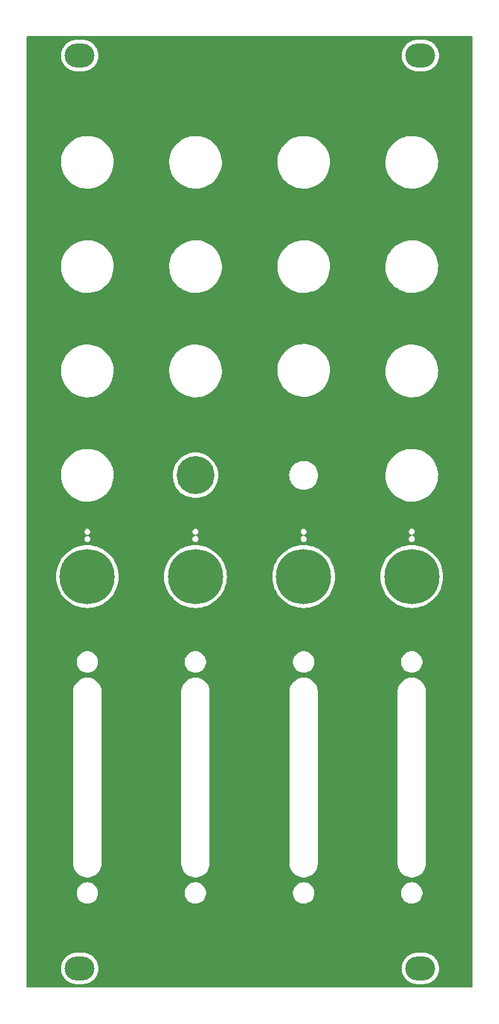
<source format=gtl>
G04 #@! TF.GenerationSoftware,KiCad,Pcbnew,7.0.8*
G04 #@! TF.CreationDate,2024-09-22T21:48:36-04:00*
G04 #@! TF.ProjectId,lichen-four-panel,6c696368-656e-42d6-966f-75722d70616e,rev?*
G04 #@! TF.SameCoordinates,Original*
G04 #@! TF.FileFunction,Copper,L1,Top*
G04 #@! TF.FilePolarity,Positive*
%FSLAX46Y46*%
G04 Gerber Fmt 4.6, Leading zero omitted, Abs format (unit mm)*
G04 Created by KiCad (PCBNEW 7.0.8) date 2024-09-22 21:48:36*
%MOMM*%
%LPD*%
G01*
G04 APERTURE LIST*
G04 Aperture macros list*
%AMRoundRect*
0 Rectangle with rounded corners*
0 $1 Rounding radius*
0 $2 $3 $4 $5 $6 $7 $8 $9 X,Y pos of 4 corners*
0 Add a 4 corners polygon primitive as box body*
4,1,4,$2,$3,$4,$5,$6,$7,$8,$9,$2,$3,0*
0 Add four circle primitives for the rounded corners*
1,1,$1+$1,$2,$3*
1,1,$1+$1,$4,$5*
1,1,$1+$1,$6,$7*
1,1,$1+$1,$8,$9*
0 Add four rect primitives between the rounded corners*
20,1,$1+$1,$2,$3,$4,$5,0*
20,1,$1+$1,$4,$5,$6,$7,0*
20,1,$1+$1,$6,$7,$8,$9,0*
20,1,$1+$1,$8,$9,$2,$3,0*%
G04 Aperture macros list end*
G04 #@! TA.AperFunction,WasherPad*
%ADD10RoundRect,1.600000X0.400000X0.000000X-0.400000X0.000000X-0.400000X0.000000X0.400000X0.000000X0*%
G04 #@! TD*
G04 #@! TA.AperFunction,WasherPad*
%ADD11C,7.400000*%
G04 #@! TD*
G04 #@! TA.AperFunction,WasherPad*
%ADD12C,5.100000*%
G04 #@! TD*
G04 #@! TA.AperFunction,WasherPad*
%ADD13RoundRect,1.600000X-0.400000X0.000000X0.400000X0.000000X0.400000X0.000000X-0.400000X0.000000X0*%
G04 #@! TD*
G04 APERTURE END LIST*
D10*
X153220000Y-103000000D03*
D11*
X108527000Y-172938000D03*
D12*
X123043000Y-159339000D03*
D10*
X153220000Y-225500000D03*
D13*
X107500000Y-103000000D03*
D11*
X152073000Y-172938000D03*
X123043000Y-172938000D03*
X137558000Y-172938000D03*
D13*
X107500000Y-225500000D03*
G04 #@! TA.AperFunction,NonConductor*
G36*
X160142539Y-100420185D02*
G01*
X160188294Y-100472989D01*
X160199500Y-100524500D01*
X160199500Y-227975500D01*
X160179815Y-228042539D01*
X160127011Y-228088294D01*
X160075500Y-228099500D01*
X100524500Y-228099500D01*
X100457461Y-228079815D01*
X100411706Y-228027011D01*
X100400500Y-227975500D01*
X100400500Y-225643679D01*
X104999500Y-225643679D01*
X104999985Y-225647210D01*
X105003059Y-225669574D01*
X105003553Y-225674826D01*
X105005630Y-225715304D01*
X105005631Y-225715321D01*
X105023949Y-225821557D01*
X105038629Y-225928359D01*
X105047482Y-225959961D01*
X105048879Y-225966153D01*
X105054453Y-225998480D01*
X105054455Y-225998486D01*
X105087070Y-226101248D01*
X105116156Y-226205058D01*
X105116157Y-226205060D01*
X105129226Y-226235149D01*
X105131454Y-226241094D01*
X105141383Y-226272375D01*
X105141385Y-226272381D01*
X105187685Y-226369736D01*
X105230636Y-226468619D01*
X105230636Y-226468620D01*
X105247691Y-226496667D01*
X105250706Y-226502251D01*
X105264799Y-226531882D01*
X105323927Y-226622030D01*
X105379945Y-226714147D01*
X105392771Y-226729912D01*
X105400653Y-226739601D01*
X105404395Y-226744714D01*
X105422400Y-226772164D01*
X105422402Y-226772167D01*
X105493250Y-226853418D01*
X105561289Y-226937050D01*
X105561291Y-226937052D01*
X105561292Y-226937053D01*
X105585270Y-226959447D01*
X105585278Y-226959454D01*
X105589681Y-226964010D01*
X105611252Y-226988748D01*
X105692497Y-227059590D01*
X105771296Y-227133184D01*
X105771298Y-227133185D01*
X105771302Y-227133189D01*
X105798108Y-227152110D01*
X105803104Y-227156035D01*
X105803109Y-227156039D01*
X105827836Y-227177600D01*
X105917990Y-227236732D01*
X106006064Y-227298901D01*
X106006068Y-227298903D01*
X106035195Y-227313995D01*
X106040675Y-227317200D01*
X106068118Y-227335201D01*
X106165488Y-227381508D01*
X106261203Y-227431104D01*
X106283877Y-227439162D01*
X106292118Y-227442091D01*
X106297986Y-227444522D01*
X106308247Y-227449401D01*
X106327622Y-227458616D01*
X106430384Y-227491231D01*
X106531968Y-227527334D01*
X106531969Y-227527334D01*
X106531971Y-227527335D01*
X106540342Y-227529074D01*
X106564109Y-227534013D01*
X106570221Y-227535613D01*
X106601514Y-227545545D01*
X106707758Y-227563863D01*
X106813314Y-227585798D01*
X106846046Y-227588037D01*
X106852347Y-227588793D01*
X106884692Y-227594370D01*
X106934513Y-227596924D01*
X107004257Y-227600500D01*
X107004264Y-227600500D01*
X107995743Y-227600500D01*
X108115302Y-227594371D01*
X108147643Y-227588795D01*
X108153952Y-227588037D01*
X108163878Y-227587357D01*
X108186686Y-227585798D01*
X108292241Y-227563863D01*
X108398486Y-227545545D01*
X108429765Y-227535617D01*
X108435891Y-227534012D01*
X108468032Y-227527334D01*
X108569615Y-227491231D01*
X108672378Y-227458616D01*
X108702028Y-227444514D01*
X108707865Y-227442096D01*
X108738797Y-227431104D01*
X108834511Y-227381508D01*
X108931882Y-227335201D01*
X108959324Y-227317200D01*
X108964793Y-227314000D01*
X108993936Y-227298901D01*
X109082009Y-227236732D01*
X109172164Y-227177600D01*
X109196898Y-227156031D01*
X109201866Y-227152127D01*
X109228698Y-227133189D01*
X109307502Y-227059590D01*
X109388748Y-226988748D01*
X109410317Y-226964010D01*
X109414718Y-226959456D01*
X109438708Y-226937053D01*
X109506749Y-226853418D01*
X109577600Y-226772164D01*
X109595601Y-226744717D01*
X109599335Y-226739613D01*
X109620055Y-226714147D01*
X109676072Y-226622030D01*
X109735201Y-226531882D01*
X109749297Y-226502241D01*
X109752308Y-226496667D01*
X109762640Y-226479675D01*
X109769361Y-226468626D01*
X109769362Y-226468623D01*
X109812314Y-226369736D01*
X109858611Y-226272388D01*
X109858616Y-226272378D01*
X109868548Y-226241082D01*
X109870765Y-226235165D01*
X109883844Y-226205058D01*
X109912929Y-226101248D01*
X109945545Y-225998486D01*
X109951124Y-225966122D01*
X109952516Y-225959961D01*
X109961371Y-225928358D01*
X109976050Y-225821558D01*
X109994370Y-225715308D01*
X109996445Y-225674825D01*
X109996940Y-225669574D01*
X110000499Y-225643682D01*
X110000500Y-225643681D01*
X110000500Y-225643679D01*
X150719500Y-225643679D01*
X150719985Y-225647210D01*
X150723059Y-225669574D01*
X150723553Y-225674826D01*
X150725630Y-225715304D01*
X150725631Y-225715321D01*
X150743949Y-225821557D01*
X150758629Y-225928359D01*
X150767482Y-225959961D01*
X150768879Y-225966153D01*
X150774453Y-225998480D01*
X150774455Y-225998486D01*
X150807070Y-226101248D01*
X150836156Y-226205058D01*
X150836157Y-226205060D01*
X150849226Y-226235149D01*
X150851454Y-226241094D01*
X150861383Y-226272375D01*
X150861385Y-226272381D01*
X150907685Y-226369736D01*
X150950636Y-226468619D01*
X150950636Y-226468620D01*
X150967691Y-226496667D01*
X150970706Y-226502251D01*
X150984799Y-226531882D01*
X151043927Y-226622030D01*
X151099945Y-226714147D01*
X151112771Y-226729912D01*
X151120653Y-226739601D01*
X151124395Y-226744714D01*
X151142400Y-226772164D01*
X151142402Y-226772167D01*
X151213250Y-226853418D01*
X151281289Y-226937050D01*
X151281291Y-226937052D01*
X151281292Y-226937053D01*
X151305270Y-226959447D01*
X151305278Y-226959454D01*
X151309681Y-226964010D01*
X151331252Y-226988748D01*
X151412497Y-227059590D01*
X151491296Y-227133184D01*
X151491298Y-227133185D01*
X151491302Y-227133189D01*
X151518108Y-227152110D01*
X151523104Y-227156035D01*
X151523109Y-227156039D01*
X151547836Y-227177600D01*
X151637990Y-227236732D01*
X151726064Y-227298901D01*
X151726068Y-227298903D01*
X151755195Y-227313995D01*
X151760675Y-227317200D01*
X151788118Y-227335201D01*
X151885488Y-227381508D01*
X151981203Y-227431104D01*
X152003877Y-227439162D01*
X152012118Y-227442091D01*
X152017986Y-227444522D01*
X152028247Y-227449401D01*
X152047622Y-227458616D01*
X152150384Y-227491231D01*
X152251968Y-227527334D01*
X152251969Y-227527334D01*
X152251971Y-227527335D01*
X152260342Y-227529074D01*
X152284109Y-227534013D01*
X152290221Y-227535613D01*
X152321514Y-227545545D01*
X152427758Y-227563863D01*
X152533314Y-227585798D01*
X152566046Y-227588037D01*
X152572347Y-227588793D01*
X152604692Y-227594370D01*
X152654513Y-227596924D01*
X152724257Y-227600500D01*
X152724264Y-227600500D01*
X153715743Y-227600500D01*
X153835302Y-227594371D01*
X153867643Y-227588795D01*
X153873952Y-227588037D01*
X153883878Y-227587357D01*
X153906686Y-227585798D01*
X154012241Y-227563863D01*
X154118486Y-227545545D01*
X154149765Y-227535617D01*
X154155891Y-227534012D01*
X154188032Y-227527334D01*
X154289615Y-227491231D01*
X154392378Y-227458616D01*
X154422028Y-227444514D01*
X154427865Y-227442096D01*
X154458797Y-227431104D01*
X154554511Y-227381508D01*
X154651882Y-227335201D01*
X154679324Y-227317200D01*
X154684793Y-227314000D01*
X154713936Y-227298901D01*
X154802009Y-227236732D01*
X154892164Y-227177600D01*
X154916898Y-227156031D01*
X154921866Y-227152127D01*
X154948698Y-227133189D01*
X155027502Y-227059590D01*
X155108748Y-226988748D01*
X155130317Y-226964010D01*
X155134718Y-226959456D01*
X155158708Y-226937053D01*
X155226749Y-226853418D01*
X155297600Y-226772164D01*
X155315601Y-226744717D01*
X155319335Y-226739613D01*
X155340055Y-226714147D01*
X155396072Y-226622030D01*
X155455201Y-226531882D01*
X155469297Y-226502241D01*
X155472308Y-226496667D01*
X155482640Y-226479675D01*
X155489361Y-226468626D01*
X155489362Y-226468623D01*
X155532314Y-226369736D01*
X155578611Y-226272388D01*
X155578616Y-226272378D01*
X155588548Y-226241082D01*
X155590765Y-226235165D01*
X155603844Y-226205058D01*
X155632929Y-226101248D01*
X155665545Y-225998486D01*
X155671124Y-225966122D01*
X155672516Y-225959961D01*
X155681371Y-225928358D01*
X155696050Y-225821558D01*
X155714370Y-225715308D01*
X155716445Y-225674825D01*
X155716940Y-225669574D01*
X155720499Y-225643682D01*
X155720500Y-225643681D01*
X155720500Y-225356324D01*
X155716940Y-225330424D01*
X155716445Y-225325173D01*
X155714370Y-225284692D01*
X155696050Y-225178441D01*
X155681371Y-225071642D01*
X155672517Y-225040040D01*
X155671120Y-225033851D01*
X155665545Y-225001514D01*
X155632929Y-224898751D01*
X155603844Y-224794942D01*
X155590765Y-224764832D01*
X155588543Y-224758903D01*
X155578616Y-224727622D01*
X155532314Y-224630263D01*
X155489361Y-224531375D01*
X155472306Y-224503330D01*
X155469293Y-224497749D01*
X155455204Y-224468124D01*
X155455201Y-224468118D01*
X155396072Y-224377969D01*
X155340055Y-224285853D01*
X155319344Y-224260396D01*
X155315595Y-224255272D01*
X155297602Y-224227838D01*
X155226749Y-224146581D01*
X155158712Y-224062952D01*
X155158708Y-224062947D01*
X155134717Y-224040540D01*
X155130317Y-224035989D01*
X155108748Y-224011252D01*
X155027502Y-223940409D01*
X154948701Y-223866813D01*
X154944392Y-223863771D01*
X154921884Y-223847883D01*
X154916900Y-223843969D01*
X154892164Y-223822400D01*
X154802009Y-223763267D01*
X154713936Y-223701099D01*
X154684797Y-223686000D01*
X154679329Y-223682802D01*
X154651882Y-223664799D01*
X154651878Y-223664797D01*
X154651873Y-223664794D01*
X154554511Y-223618491D01*
X154458796Y-223568895D01*
X154458792Y-223568894D01*
X154427874Y-223557905D01*
X154422006Y-223555474D01*
X154392385Y-223541386D01*
X154392380Y-223541385D01*
X154392378Y-223541384D01*
X154289615Y-223508768D01*
X154188044Y-223472670D01*
X154188038Y-223472668D01*
X154188032Y-223472666D01*
X154155903Y-223465988D01*
X154149762Y-223464380D01*
X154118497Y-223454458D01*
X154118489Y-223454456D01*
X154118486Y-223454455D01*
X154118482Y-223454454D01*
X154118481Y-223454454D01*
X154012241Y-223436136D01*
X153906686Y-223414202D01*
X153906681Y-223414201D01*
X153906682Y-223414201D01*
X153873943Y-223411961D01*
X153867647Y-223411205D01*
X153854199Y-223408886D01*
X153835312Y-223405630D01*
X153835297Y-223405628D01*
X153715743Y-223399500D01*
X153715736Y-223399500D01*
X152724264Y-223399500D01*
X152724257Y-223399500D01*
X152604706Y-223405628D01*
X152604678Y-223405631D01*
X152572348Y-223411204D01*
X152566048Y-223411961D01*
X152533319Y-223414201D01*
X152427758Y-223436136D01*
X152321516Y-223454454D01*
X152321502Y-223454458D01*
X152290241Y-223464379D01*
X152284100Y-223465987D01*
X152251980Y-223472662D01*
X152251954Y-223472670D01*
X152150384Y-223508768D01*
X152047618Y-223541385D01*
X152017989Y-223555476D01*
X152012124Y-223557906D01*
X151981200Y-223568897D01*
X151885488Y-223618491D01*
X151788120Y-223664797D01*
X151788112Y-223664802D01*
X151760676Y-223682798D01*
X151755193Y-223686005D01*
X151726064Y-223701098D01*
X151637990Y-223763267D01*
X151547836Y-223822400D01*
X151547827Y-223822406D01*
X151523102Y-223843965D01*
X151518110Y-223847887D01*
X151491311Y-223866803D01*
X151491294Y-223866817D01*
X151412497Y-223940409D01*
X151331258Y-224011246D01*
X151331256Y-224011247D01*
X151309691Y-224035978D01*
X151305280Y-224040542D01*
X151281293Y-224062944D01*
X151281292Y-224062945D01*
X151213250Y-224146581D01*
X151142398Y-224227837D01*
X151142395Y-224227842D01*
X151124403Y-224255273D01*
X151120654Y-224260396D01*
X151099943Y-224285855D01*
X151099941Y-224285858D01*
X151043927Y-224377969D01*
X150984800Y-224468115D01*
X150970706Y-224497747D01*
X150967691Y-224503330D01*
X150950640Y-224531372D01*
X150907685Y-224630263D01*
X150861384Y-224727620D01*
X150861383Y-224727622D01*
X150851454Y-224758904D01*
X150849227Y-224764846D01*
X150836156Y-224794942D01*
X150807070Y-224898751D01*
X150774455Y-225001513D01*
X150768879Y-225033847D01*
X150767482Y-225040040D01*
X150758629Y-225071642D01*
X150758629Y-225071643D01*
X150743949Y-225178442D01*
X150725632Y-225284675D01*
X150725630Y-225284695D01*
X150723555Y-225325151D01*
X150723059Y-225330415D01*
X150719500Y-225356316D01*
X150719500Y-225643679D01*
X110000500Y-225643679D01*
X110000500Y-225356324D01*
X109996940Y-225330424D01*
X109996445Y-225325173D01*
X109994370Y-225284692D01*
X109976050Y-225178441D01*
X109961371Y-225071642D01*
X109952517Y-225040040D01*
X109951120Y-225033851D01*
X109945545Y-225001514D01*
X109912929Y-224898751D01*
X109883844Y-224794942D01*
X109870765Y-224764832D01*
X109868543Y-224758903D01*
X109858616Y-224727622D01*
X109812314Y-224630263D01*
X109769361Y-224531375D01*
X109752306Y-224503330D01*
X109749293Y-224497749D01*
X109735204Y-224468124D01*
X109735201Y-224468118D01*
X109676072Y-224377969D01*
X109620055Y-224285853D01*
X109599344Y-224260396D01*
X109595595Y-224255272D01*
X109577602Y-224227838D01*
X109506749Y-224146581D01*
X109438712Y-224062952D01*
X109438708Y-224062947D01*
X109414717Y-224040540D01*
X109410317Y-224035989D01*
X109388748Y-224011252D01*
X109307502Y-223940409D01*
X109228701Y-223866813D01*
X109224392Y-223863771D01*
X109201884Y-223847883D01*
X109196900Y-223843969D01*
X109172164Y-223822400D01*
X109082009Y-223763267D01*
X108993936Y-223701099D01*
X108964797Y-223686000D01*
X108959329Y-223682802D01*
X108931882Y-223664799D01*
X108931878Y-223664797D01*
X108931873Y-223664794D01*
X108834511Y-223618491D01*
X108738796Y-223568895D01*
X108738792Y-223568894D01*
X108707874Y-223557905D01*
X108702006Y-223555474D01*
X108672385Y-223541386D01*
X108672380Y-223541385D01*
X108672378Y-223541384D01*
X108569615Y-223508768D01*
X108468044Y-223472670D01*
X108468038Y-223472668D01*
X108468032Y-223472666D01*
X108435903Y-223465988D01*
X108429762Y-223464380D01*
X108398497Y-223454458D01*
X108398489Y-223454456D01*
X108398486Y-223454455D01*
X108398482Y-223454454D01*
X108398481Y-223454454D01*
X108292241Y-223436136D01*
X108186686Y-223414202D01*
X108186681Y-223414201D01*
X108186682Y-223414201D01*
X108153943Y-223411961D01*
X108147647Y-223411205D01*
X108134199Y-223408886D01*
X108115312Y-223405630D01*
X108115297Y-223405628D01*
X107995743Y-223399500D01*
X107995736Y-223399500D01*
X107004264Y-223399500D01*
X107004257Y-223399500D01*
X106884706Y-223405628D01*
X106884678Y-223405631D01*
X106852348Y-223411204D01*
X106846048Y-223411961D01*
X106813319Y-223414201D01*
X106707758Y-223436136D01*
X106601516Y-223454454D01*
X106601502Y-223454458D01*
X106570241Y-223464379D01*
X106564100Y-223465987D01*
X106531980Y-223472662D01*
X106531954Y-223472670D01*
X106430384Y-223508768D01*
X106327618Y-223541385D01*
X106297989Y-223555476D01*
X106292124Y-223557906D01*
X106261200Y-223568897D01*
X106165488Y-223618491D01*
X106068120Y-223664797D01*
X106068112Y-223664802D01*
X106040676Y-223682798D01*
X106035193Y-223686005D01*
X106006064Y-223701098D01*
X105917990Y-223763267D01*
X105827836Y-223822400D01*
X105827827Y-223822406D01*
X105803102Y-223843965D01*
X105798110Y-223847887D01*
X105771311Y-223866803D01*
X105771294Y-223866817D01*
X105692497Y-223940409D01*
X105611258Y-224011246D01*
X105611256Y-224011247D01*
X105589691Y-224035978D01*
X105585280Y-224040542D01*
X105561293Y-224062944D01*
X105561292Y-224062945D01*
X105493250Y-224146581D01*
X105422398Y-224227837D01*
X105422395Y-224227842D01*
X105404403Y-224255273D01*
X105400654Y-224260396D01*
X105379943Y-224285855D01*
X105379941Y-224285858D01*
X105323927Y-224377969D01*
X105264800Y-224468115D01*
X105250706Y-224497747D01*
X105247691Y-224503330D01*
X105230640Y-224531372D01*
X105187685Y-224630263D01*
X105141384Y-224727620D01*
X105141383Y-224727622D01*
X105131454Y-224758904D01*
X105129227Y-224764846D01*
X105116156Y-224794942D01*
X105087070Y-224898751D01*
X105054455Y-225001513D01*
X105048879Y-225033847D01*
X105047482Y-225040040D01*
X105038629Y-225071642D01*
X105038629Y-225071643D01*
X105023949Y-225178442D01*
X105005632Y-225284675D01*
X105005630Y-225284695D01*
X105003555Y-225325151D01*
X105003059Y-225330415D01*
X104999500Y-225356316D01*
X104999500Y-225643679D01*
X100400500Y-225643679D01*
X100400500Y-215508534D01*
X107096500Y-215508534D01*
X107135520Y-215742373D01*
X107212493Y-215966587D01*
X107212496Y-215966595D01*
X107325327Y-216175088D01*
X107470940Y-216362172D01*
X107470943Y-216362175D01*
X107645356Y-216522734D01*
X107645355Y-216522734D01*
X107843824Y-216652399D01*
X108060924Y-216747629D01*
X108118378Y-216762178D01*
X108290740Y-216805826D01*
X108467829Y-216820500D01*
X108467831Y-216820500D01*
X108586169Y-216820500D01*
X108586171Y-216820500D01*
X108763260Y-216805826D01*
X108993075Y-216747629D01*
X109210176Y-216652399D01*
X109408643Y-216522735D01*
X109583060Y-216362172D01*
X109728671Y-216175091D01*
X109841504Y-215966595D01*
X109918480Y-215742371D01*
X109957500Y-215508535D01*
X109957500Y-215508534D01*
X121612500Y-215508534D01*
X121651520Y-215742373D01*
X121728493Y-215966587D01*
X121728496Y-215966595D01*
X121841327Y-216175088D01*
X121986940Y-216362172D01*
X121986943Y-216362175D01*
X122161356Y-216522734D01*
X122161355Y-216522734D01*
X122359824Y-216652399D01*
X122576924Y-216747629D01*
X122634378Y-216762178D01*
X122806740Y-216805826D01*
X122983829Y-216820500D01*
X122983831Y-216820500D01*
X123102169Y-216820500D01*
X123102171Y-216820500D01*
X123279260Y-216805826D01*
X123509075Y-216747629D01*
X123726176Y-216652399D01*
X123924643Y-216522735D01*
X124099060Y-216362172D01*
X124244671Y-216175091D01*
X124357504Y-215966595D01*
X124434480Y-215742371D01*
X124473500Y-215508535D01*
X124473500Y-215508534D01*
X136127500Y-215508534D01*
X136166520Y-215742373D01*
X136243493Y-215966587D01*
X136243496Y-215966595D01*
X136356327Y-216175088D01*
X136501940Y-216362172D01*
X136501943Y-216362175D01*
X136676356Y-216522734D01*
X136676355Y-216522734D01*
X136874824Y-216652399D01*
X137091924Y-216747629D01*
X137149378Y-216762178D01*
X137321740Y-216805826D01*
X137498829Y-216820500D01*
X137498831Y-216820500D01*
X137617169Y-216820500D01*
X137617171Y-216820500D01*
X137794260Y-216805826D01*
X138024075Y-216747629D01*
X138241176Y-216652399D01*
X138439643Y-216522735D01*
X138614060Y-216362172D01*
X138759671Y-216175091D01*
X138872504Y-215966595D01*
X138949480Y-215742371D01*
X138988500Y-215508535D01*
X138988500Y-215508534D01*
X150642500Y-215508534D01*
X150681520Y-215742373D01*
X150758493Y-215966587D01*
X150758496Y-215966595D01*
X150871327Y-216175088D01*
X151016940Y-216362172D01*
X151016943Y-216362175D01*
X151191356Y-216522734D01*
X151191355Y-216522734D01*
X151389824Y-216652399D01*
X151606924Y-216747629D01*
X151664378Y-216762178D01*
X151836740Y-216805826D01*
X152013829Y-216820500D01*
X152013831Y-216820500D01*
X152132169Y-216820500D01*
X152132171Y-216820500D01*
X152309260Y-216805826D01*
X152539075Y-216747629D01*
X152756176Y-216652399D01*
X152954643Y-216522735D01*
X153129060Y-216362172D01*
X153274671Y-216175091D01*
X153387504Y-215966595D01*
X153464480Y-215742371D01*
X153503500Y-215508535D01*
X153503500Y-215271465D01*
X153464480Y-215037629D01*
X153387504Y-214813405D01*
X153274671Y-214604909D01*
X153129060Y-214417828D01*
X152954643Y-214257265D01*
X152954644Y-214257265D01*
X152756175Y-214127600D01*
X152539075Y-214032370D01*
X152309256Y-213974173D01*
X152167346Y-213962414D01*
X152132171Y-213959500D01*
X152013829Y-213959500D01*
X151981831Y-213962151D01*
X151836743Y-213974173D01*
X151606924Y-214032370D01*
X151389824Y-214127600D01*
X151191355Y-214257265D01*
X151016943Y-214417824D01*
X151016940Y-214417827D01*
X150871327Y-214604911D01*
X150758496Y-214813404D01*
X150758493Y-214813412D01*
X150681520Y-215037626D01*
X150642500Y-215271465D01*
X150642500Y-215508534D01*
X138988500Y-215508534D01*
X138988500Y-215271465D01*
X138949480Y-215037629D01*
X138872504Y-214813405D01*
X138759671Y-214604909D01*
X138614060Y-214417828D01*
X138439643Y-214257265D01*
X138439644Y-214257265D01*
X138241175Y-214127600D01*
X138024075Y-214032370D01*
X137794256Y-213974173D01*
X137652346Y-213962414D01*
X137617171Y-213959500D01*
X137498829Y-213959500D01*
X137466831Y-213962151D01*
X137321743Y-213974173D01*
X137091924Y-214032370D01*
X136874824Y-214127600D01*
X136676355Y-214257265D01*
X136501943Y-214417824D01*
X136501940Y-214417827D01*
X136356327Y-214604911D01*
X136243496Y-214813404D01*
X136243493Y-214813412D01*
X136166520Y-215037626D01*
X136127500Y-215271465D01*
X136127500Y-215508534D01*
X124473500Y-215508534D01*
X124473500Y-215271465D01*
X124434480Y-215037629D01*
X124357504Y-214813405D01*
X124244671Y-214604909D01*
X124099060Y-214417828D01*
X123924643Y-214257265D01*
X123924644Y-214257265D01*
X123726175Y-214127600D01*
X123509075Y-214032370D01*
X123279256Y-213974173D01*
X123137346Y-213962414D01*
X123102171Y-213959500D01*
X122983829Y-213959500D01*
X122951831Y-213962151D01*
X122806743Y-213974173D01*
X122576924Y-214032370D01*
X122359824Y-214127600D01*
X122161355Y-214257265D01*
X121986943Y-214417824D01*
X121986940Y-214417827D01*
X121841327Y-214604911D01*
X121728496Y-214813404D01*
X121728493Y-214813412D01*
X121651520Y-215037626D01*
X121612500Y-215271465D01*
X121612500Y-215508534D01*
X109957500Y-215508534D01*
X109957500Y-215271465D01*
X109918480Y-215037629D01*
X109841504Y-214813405D01*
X109728671Y-214604909D01*
X109583060Y-214417828D01*
X109408643Y-214257265D01*
X109408644Y-214257265D01*
X109210175Y-214127600D01*
X108993075Y-214032370D01*
X108763256Y-213974173D01*
X108621346Y-213962414D01*
X108586171Y-213959500D01*
X108467829Y-213959500D01*
X108435831Y-213962151D01*
X108290743Y-213974173D01*
X108060924Y-214032370D01*
X107843824Y-214127600D01*
X107645355Y-214257265D01*
X107470943Y-214417824D01*
X107470940Y-214417827D01*
X107325327Y-214604911D01*
X107212496Y-214813404D01*
X107212493Y-214813412D01*
X107135520Y-215037626D01*
X107096500Y-215271465D01*
X107096500Y-215508534D01*
X100400500Y-215508534D01*
X100400500Y-211514558D01*
X106626500Y-211514558D01*
X106626501Y-211514575D01*
X106659017Y-211761561D01*
X106723498Y-212002207D01*
X106818830Y-212232361D01*
X106818837Y-212232376D01*
X106943400Y-212448126D01*
X107095060Y-212645774D01*
X107095066Y-212645781D01*
X107271218Y-212821933D01*
X107271225Y-212821939D01*
X107468873Y-212973599D01*
X107684623Y-213098162D01*
X107684638Y-213098169D01*
X107783825Y-213139253D01*
X107914793Y-213193502D01*
X108155435Y-213257982D01*
X108402435Y-213290500D01*
X108402442Y-213290500D01*
X108651558Y-213290500D01*
X108651565Y-213290500D01*
X108898565Y-213257982D01*
X109139207Y-213193502D01*
X109369373Y-213098164D01*
X109585127Y-212973599D01*
X109782776Y-212821938D01*
X109958938Y-212645776D01*
X110110599Y-212448127D01*
X110235164Y-212232373D01*
X110330502Y-212002207D01*
X110394982Y-211761565D01*
X110427500Y-211514565D01*
X110427500Y-211514558D01*
X121142500Y-211514558D01*
X121142501Y-211514575D01*
X121175017Y-211761561D01*
X121239498Y-212002207D01*
X121334830Y-212232361D01*
X121334837Y-212232376D01*
X121459400Y-212448126D01*
X121611060Y-212645774D01*
X121611066Y-212645781D01*
X121787218Y-212821933D01*
X121787225Y-212821939D01*
X121984873Y-212973599D01*
X122200623Y-213098162D01*
X122200638Y-213098169D01*
X122299825Y-213139253D01*
X122430793Y-213193502D01*
X122671435Y-213257982D01*
X122918435Y-213290500D01*
X122918442Y-213290500D01*
X123167558Y-213290500D01*
X123167565Y-213290500D01*
X123414565Y-213257982D01*
X123655207Y-213193502D01*
X123885373Y-213098164D01*
X124101127Y-212973599D01*
X124298776Y-212821938D01*
X124474938Y-212645776D01*
X124626599Y-212448127D01*
X124751164Y-212232373D01*
X124846502Y-212002207D01*
X124910982Y-211761565D01*
X124943500Y-211514565D01*
X124943500Y-211514558D01*
X135657500Y-211514558D01*
X135657501Y-211514575D01*
X135690017Y-211761561D01*
X135754498Y-212002207D01*
X135849830Y-212232361D01*
X135849837Y-212232376D01*
X135974400Y-212448126D01*
X136126060Y-212645774D01*
X136126066Y-212645781D01*
X136302218Y-212821933D01*
X136302225Y-212821939D01*
X136499873Y-212973599D01*
X136715623Y-213098162D01*
X136715638Y-213098169D01*
X136814825Y-213139253D01*
X136945793Y-213193502D01*
X137186435Y-213257982D01*
X137433435Y-213290500D01*
X137433442Y-213290500D01*
X137682558Y-213290500D01*
X137682565Y-213290500D01*
X137929565Y-213257982D01*
X138170207Y-213193502D01*
X138400373Y-213098164D01*
X138616127Y-212973599D01*
X138813776Y-212821938D01*
X138989938Y-212645776D01*
X139141599Y-212448127D01*
X139266164Y-212232373D01*
X139361502Y-212002207D01*
X139425982Y-211761565D01*
X139458500Y-211514565D01*
X139458500Y-211514558D01*
X150172500Y-211514558D01*
X150172501Y-211514575D01*
X150205017Y-211761561D01*
X150269498Y-212002207D01*
X150364830Y-212232361D01*
X150364837Y-212232376D01*
X150489400Y-212448126D01*
X150641060Y-212645774D01*
X150641066Y-212645781D01*
X150817218Y-212821933D01*
X150817225Y-212821939D01*
X151014873Y-212973599D01*
X151230623Y-213098162D01*
X151230638Y-213098169D01*
X151329825Y-213139253D01*
X151460793Y-213193502D01*
X151701435Y-213257982D01*
X151948435Y-213290500D01*
X151948442Y-213290500D01*
X152197558Y-213290500D01*
X152197565Y-213290500D01*
X152444565Y-213257982D01*
X152685207Y-213193502D01*
X152915373Y-213098164D01*
X153131127Y-212973599D01*
X153328776Y-212821938D01*
X153504938Y-212645776D01*
X153656599Y-212448127D01*
X153781164Y-212232373D01*
X153876502Y-212002207D01*
X153940982Y-211761565D01*
X153973500Y-211514565D01*
X153973500Y-211390000D01*
X153973500Y-211332417D01*
X153973500Y-188358481D01*
X153973500Y-188265435D01*
X153940982Y-188018435D01*
X153876502Y-187777793D01*
X153822253Y-187646825D01*
X153781169Y-187547638D01*
X153781162Y-187547623D01*
X153656599Y-187331873D01*
X153504939Y-187134225D01*
X153504933Y-187134218D01*
X153328781Y-186958066D01*
X153328774Y-186958060D01*
X153131126Y-186806400D01*
X152915376Y-186681837D01*
X152915361Y-186681830D01*
X152685207Y-186586498D01*
X152444561Y-186522017D01*
X152197575Y-186489501D01*
X152197570Y-186489500D01*
X152197565Y-186489500D01*
X152130583Y-186489500D01*
X152073000Y-186489500D01*
X151948435Y-186489500D01*
X151948429Y-186489500D01*
X151948424Y-186489501D01*
X151701438Y-186522017D01*
X151460792Y-186586498D01*
X151230638Y-186681830D01*
X151230623Y-186681837D01*
X151014873Y-186806400D01*
X150817225Y-186958060D01*
X150817218Y-186958066D01*
X150641066Y-187134218D01*
X150641060Y-187134225D01*
X150489400Y-187331873D01*
X150364837Y-187547623D01*
X150364830Y-187547638D01*
X150269498Y-187777792D01*
X150205017Y-188018438D01*
X150172501Y-188265424D01*
X150172500Y-188265441D01*
X150172500Y-211514558D01*
X139458500Y-211514558D01*
X139458500Y-211390000D01*
X139458500Y-211332417D01*
X139458500Y-188358481D01*
X139458500Y-188265435D01*
X139425982Y-188018435D01*
X139361502Y-187777793D01*
X139307253Y-187646825D01*
X139266169Y-187547638D01*
X139266162Y-187547623D01*
X139141599Y-187331873D01*
X138989939Y-187134225D01*
X138989933Y-187134218D01*
X138813781Y-186958066D01*
X138813774Y-186958060D01*
X138616126Y-186806400D01*
X138400376Y-186681837D01*
X138400361Y-186681830D01*
X138170207Y-186586498D01*
X137929561Y-186522017D01*
X137682575Y-186489501D01*
X137682570Y-186489500D01*
X137682565Y-186489500D01*
X137615583Y-186489500D01*
X137558000Y-186489500D01*
X137433435Y-186489500D01*
X137433429Y-186489500D01*
X137433424Y-186489501D01*
X137186438Y-186522017D01*
X136945792Y-186586498D01*
X136715638Y-186681830D01*
X136715623Y-186681837D01*
X136499873Y-186806400D01*
X136302225Y-186958060D01*
X136302218Y-186958066D01*
X136126066Y-187134218D01*
X136126060Y-187134225D01*
X135974400Y-187331873D01*
X135849837Y-187547623D01*
X135849830Y-187547638D01*
X135754498Y-187777792D01*
X135690017Y-188018438D01*
X135657501Y-188265424D01*
X135657500Y-188265441D01*
X135657500Y-211514558D01*
X124943500Y-211514558D01*
X124943500Y-211390000D01*
X124943500Y-211332417D01*
X124943500Y-188358481D01*
X124943500Y-188265435D01*
X124910982Y-188018435D01*
X124846502Y-187777793D01*
X124792253Y-187646825D01*
X124751169Y-187547638D01*
X124751162Y-187547623D01*
X124626599Y-187331873D01*
X124474939Y-187134225D01*
X124474933Y-187134218D01*
X124298781Y-186958066D01*
X124298774Y-186958060D01*
X124101126Y-186806400D01*
X123885376Y-186681837D01*
X123885361Y-186681830D01*
X123655207Y-186586498D01*
X123414561Y-186522017D01*
X123167575Y-186489501D01*
X123167570Y-186489500D01*
X123167565Y-186489500D01*
X123100583Y-186489500D01*
X123043000Y-186489500D01*
X122918435Y-186489500D01*
X122918429Y-186489500D01*
X122918424Y-186489501D01*
X122671438Y-186522017D01*
X122430792Y-186586498D01*
X122200638Y-186681830D01*
X122200623Y-186681837D01*
X121984873Y-186806400D01*
X121787225Y-186958060D01*
X121787218Y-186958066D01*
X121611066Y-187134218D01*
X121611060Y-187134225D01*
X121459400Y-187331873D01*
X121334837Y-187547623D01*
X121334830Y-187547638D01*
X121239498Y-187777792D01*
X121175017Y-188018438D01*
X121142501Y-188265424D01*
X121142500Y-188265441D01*
X121142500Y-211514558D01*
X110427500Y-211514558D01*
X110427500Y-211390000D01*
X110427500Y-211332417D01*
X110427500Y-188358481D01*
X110427500Y-188265435D01*
X110394982Y-188018435D01*
X110330502Y-187777793D01*
X110276253Y-187646825D01*
X110235169Y-187547638D01*
X110235162Y-187547623D01*
X110110599Y-187331873D01*
X109958939Y-187134225D01*
X109958933Y-187134218D01*
X109782781Y-186958066D01*
X109782774Y-186958060D01*
X109585126Y-186806400D01*
X109369376Y-186681837D01*
X109369361Y-186681830D01*
X109139207Y-186586498D01*
X108898561Y-186522017D01*
X108651575Y-186489501D01*
X108651570Y-186489500D01*
X108651565Y-186489500D01*
X108584583Y-186489500D01*
X108527000Y-186489500D01*
X108402435Y-186489500D01*
X108402429Y-186489500D01*
X108402424Y-186489501D01*
X108155438Y-186522017D01*
X107914792Y-186586498D01*
X107684638Y-186681830D01*
X107684623Y-186681837D01*
X107468873Y-186806400D01*
X107271225Y-186958060D01*
X107271218Y-186958066D01*
X107095066Y-187134218D01*
X107095060Y-187134225D01*
X106943400Y-187331873D01*
X106818837Y-187547623D01*
X106818830Y-187547638D01*
X106723498Y-187777792D01*
X106659017Y-188018438D01*
X106626501Y-188265424D01*
X106626500Y-188265441D01*
X106626500Y-211514558D01*
X100400500Y-211514558D01*
X100400500Y-184508534D01*
X107096500Y-184508534D01*
X107135520Y-184742373D01*
X107212493Y-184966587D01*
X107212496Y-184966595D01*
X107325327Y-185175088D01*
X107470940Y-185362172D01*
X107470943Y-185362175D01*
X107645356Y-185522734D01*
X107645355Y-185522734D01*
X107843824Y-185652399D01*
X108060924Y-185747629D01*
X108118378Y-185762178D01*
X108290740Y-185805826D01*
X108467829Y-185820500D01*
X108467831Y-185820500D01*
X108586169Y-185820500D01*
X108586171Y-185820500D01*
X108763260Y-185805826D01*
X108993075Y-185747629D01*
X109210176Y-185652399D01*
X109408643Y-185522735D01*
X109583060Y-185362172D01*
X109728671Y-185175091D01*
X109841504Y-184966595D01*
X109918480Y-184742371D01*
X109957500Y-184508535D01*
X109957500Y-184508534D01*
X121612500Y-184508534D01*
X121651520Y-184742373D01*
X121728493Y-184966587D01*
X121728496Y-184966595D01*
X121841327Y-185175088D01*
X121986940Y-185362172D01*
X121986943Y-185362175D01*
X122161356Y-185522734D01*
X122161355Y-185522734D01*
X122359824Y-185652399D01*
X122576924Y-185747629D01*
X122634378Y-185762178D01*
X122806740Y-185805826D01*
X122983829Y-185820500D01*
X122983831Y-185820500D01*
X123102169Y-185820500D01*
X123102171Y-185820500D01*
X123279260Y-185805826D01*
X123509075Y-185747629D01*
X123726176Y-185652399D01*
X123924643Y-185522735D01*
X124099060Y-185362172D01*
X124244671Y-185175091D01*
X124357504Y-184966595D01*
X124434480Y-184742371D01*
X124473500Y-184508535D01*
X124473500Y-184508534D01*
X136127500Y-184508534D01*
X136166520Y-184742373D01*
X136243493Y-184966587D01*
X136243496Y-184966595D01*
X136356327Y-185175088D01*
X136501940Y-185362172D01*
X136501943Y-185362175D01*
X136676356Y-185522734D01*
X136676355Y-185522734D01*
X136874824Y-185652399D01*
X137091924Y-185747629D01*
X137149378Y-185762178D01*
X137321740Y-185805826D01*
X137498829Y-185820500D01*
X137498831Y-185820500D01*
X137617169Y-185820500D01*
X137617171Y-185820500D01*
X137794260Y-185805826D01*
X138024075Y-185747629D01*
X138241176Y-185652399D01*
X138439643Y-185522735D01*
X138614060Y-185362172D01*
X138759671Y-185175091D01*
X138872504Y-184966595D01*
X138949480Y-184742371D01*
X138988500Y-184508535D01*
X138988500Y-184508534D01*
X150642500Y-184508534D01*
X150681520Y-184742373D01*
X150758493Y-184966587D01*
X150758496Y-184966595D01*
X150871327Y-185175088D01*
X151016940Y-185362172D01*
X151016943Y-185362175D01*
X151191356Y-185522734D01*
X151191355Y-185522734D01*
X151389824Y-185652399D01*
X151606924Y-185747629D01*
X151664378Y-185762178D01*
X151836740Y-185805826D01*
X152013829Y-185820500D01*
X152013831Y-185820500D01*
X152132169Y-185820500D01*
X152132171Y-185820500D01*
X152309260Y-185805826D01*
X152539075Y-185747629D01*
X152756176Y-185652399D01*
X152954643Y-185522735D01*
X153129060Y-185362172D01*
X153274671Y-185175091D01*
X153387504Y-184966595D01*
X153464480Y-184742371D01*
X153503500Y-184508535D01*
X153503500Y-184271465D01*
X153464480Y-184037629D01*
X153387504Y-183813405D01*
X153274671Y-183604909D01*
X153129060Y-183417828D01*
X152954643Y-183257265D01*
X152954644Y-183257265D01*
X152756175Y-183127600D01*
X152539075Y-183032370D01*
X152309256Y-182974173D01*
X152167346Y-182962414D01*
X152132171Y-182959500D01*
X152013829Y-182959500D01*
X151981831Y-182962151D01*
X151836743Y-182974173D01*
X151606924Y-183032370D01*
X151389824Y-183127600D01*
X151191355Y-183257265D01*
X151016943Y-183417824D01*
X151016940Y-183417827D01*
X150871327Y-183604911D01*
X150758496Y-183813404D01*
X150758493Y-183813412D01*
X150681520Y-184037626D01*
X150642500Y-184271465D01*
X150642500Y-184508534D01*
X138988500Y-184508534D01*
X138988500Y-184271465D01*
X138949480Y-184037629D01*
X138872504Y-183813405D01*
X138759671Y-183604909D01*
X138614060Y-183417828D01*
X138439643Y-183257265D01*
X138439644Y-183257265D01*
X138241175Y-183127600D01*
X138024075Y-183032370D01*
X137794256Y-182974173D01*
X137652346Y-182962414D01*
X137617171Y-182959500D01*
X137498829Y-182959500D01*
X137466831Y-182962151D01*
X137321743Y-182974173D01*
X137091924Y-183032370D01*
X136874824Y-183127600D01*
X136676355Y-183257265D01*
X136501943Y-183417824D01*
X136501940Y-183417827D01*
X136356327Y-183604911D01*
X136243496Y-183813404D01*
X136243493Y-183813412D01*
X136166520Y-184037626D01*
X136127500Y-184271465D01*
X136127500Y-184508534D01*
X124473500Y-184508534D01*
X124473500Y-184271465D01*
X124434480Y-184037629D01*
X124357504Y-183813405D01*
X124244671Y-183604909D01*
X124099060Y-183417828D01*
X123924643Y-183257265D01*
X123924644Y-183257265D01*
X123726175Y-183127600D01*
X123509075Y-183032370D01*
X123279256Y-182974173D01*
X123137346Y-182962414D01*
X123102171Y-182959500D01*
X122983829Y-182959500D01*
X122951831Y-182962151D01*
X122806743Y-182974173D01*
X122576924Y-183032370D01*
X122359824Y-183127600D01*
X122161355Y-183257265D01*
X121986943Y-183417824D01*
X121986940Y-183417827D01*
X121841327Y-183604911D01*
X121728496Y-183813404D01*
X121728493Y-183813412D01*
X121651520Y-184037626D01*
X121612500Y-184271465D01*
X121612500Y-184508534D01*
X109957500Y-184508534D01*
X109957500Y-184271465D01*
X109918480Y-184037629D01*
X109841504Y-183813405D01*
X109728671Y-183604909D01*
X109583060Y-183417828D01*
X109408643Y-183257265D01*
X109408644Y-183257265D01*
X109210175Y-183127600D01*
X108993075Y-183032370D01*
X108763256Y-182974173D01*
X108621346Y-182962414D01*
X108586171Y-182959500D01*
X108467829Y-182959500D01*
X108435831Y-182962151D01*
X108290743Y-182974173D01*
X108060924Y-183032370D01*
X107843824Y-183127600D01*
X107645355Y-183257265D01*
X107470943Y-183417824D01*
X107470940Y-183417827D01*
X107325327Y-183604911D01*
X107212496Y-183813404D01*
X107212493Y-183813412D01*
X107135520Y-184037626D01*
X107096500Y-184271465D01*
X107096500Y-184508534D01*
X100400500Y-184508534D01*
X100400500Y-172938000D01*
X104321434Y-172938000D01*
X104341685Y-173350218D01*
X104341685Y-173350223D01*
X104341686Y-173350227D01*
X104402244Y-173758471D01*
X104502527Y-174158821D01*
X104641555Y-174547379D01*
X104641562Y-174547395D01*
X104641564Y-174547400D01*
X104818022Y-174920490D01*
X104818024Y-174920493D01*
X105030198Y-175274484D01*
X105276058Y-175605988D01*
X105553215Y-175911784D01*
X105859011Y-176188941D01*
X105859017Y-176188946D01*
X106190513Y-176434800D01*
X106544510Y-176646978D01*
X106917600Y-176823436D01*
X106917609Y-176823439D01*
X106917620Y-176823444D01*
X107278738Y-176952654D01*
X107306189Y-176962476D01*
X107706535Y-177062757D01*
X108114782Y-177123315D01*
X108527000Y-177143566D01*
X108939218Y-177123315D01*
X109347465Y-177062757D01*
X109747811Y-176962476D01*
X109928380Y-176897866D01*
X110136379Y-176823444D01*
X110136385Y-176823441D01*
X110136400Y-176823436D01*
X110509490Y-176646978D01*
X110863487Y-176434800D01*
X111194983Y-176188946D01*
X111500784Y-175911784D01*
X111777946Y-175605983D01*
X112023800Y-175274487D01*
X112235978Y-174920490D01*
X112412436Y-174547400D01*
X112551476Y-174158811D01*
X112651757Y-173758465D01*
X112712315Y-173350218D01*
X112732566Y-172938000D01*
X118837434Y-172938000D01*
X118857685Y-173350218D01*
X118857685Y-173350223D01*
X118857686Y-173350227D01*
X118918244Y-173758471D01*
X119018527Y-174158821D01*
X119157555Y-174547379D01*
X119157562Y-174547395D01*
X119157564Y-174547400D01*
X119334022Y-174920490D01*
X119334024Y-174920493D01*
X119546198Y-175274484D01*
X119792058Y-175605988D01*
X120069215Y-175911784D01*
X120375011Y-176188941D01*
X120375017Y-176188946D01*
X120706513Y-176434800D01*
X121060510Y-176646978D01*
X121433600Y-176823436D01*
X121433609Y-176823439D01*
X121433620Y-176823444D01*
X121794738Y-176952654D01*
X121822189Y-176962476D01*
X122222535Y-177062757D01*
X122630782Y-177123315D01*
X123043000Y-177143566D01*
X123455218Y-177123315D01*
X123863465Y-177062757D01*
X124263811Y-176962476D01*
X124444380Y-176897866D01*
X124652379Y-176823444D01*
X124652385Y-176823441D01*
X124652400Y-176823436D01*
X125025490Y-176646978D01*
X125379487Y-176434800D01*
X125710983Y-176188946D01*
X126016784Y-175911784D01*
X126293946Y-175605983D01*
X126539800Y-175274487D01*
X126751978Y-174920490D01*
X126928436Y-174547400D01*
X127067476Y-174158811D01*
X127167757Y-173758465D01*
X127228315Y-173350218D01*
X127248566Y-172938000D01*
X133352434Y-172938000D01*
X133372685Y-173350218D01*
X133372685Y-173350223D01*
X133372686Y-173350227D01*
X133433244Y-173758471D01*
X133533527Y-174158821D01*
X133672555Y-174547379D01*
X133672562Y-174547395D01*
X133672564Y-174547400D01*
X133849022Y-174920490D01*
X133849024Y-174920493D01*
X134061198Y-175274484D01*
X134307058Y-175605988D01*
X134584215Y-175911784D01*
X134890011Y-176188941D01*
X134890017Y-176188946D01*
X135221513Y-176434800D01*
X135575510Y-176646978D01*
X135948600Y-176823436D01*
X135948609Y-176823439D01*
X135948620Y-176823444D01*
X136309738Y-176952654D01*
X136337189Y-176962476D01*
X136737535Y-177062757D01*
X137145782Y-177123315D01*
X137558000Y-177143566D01*
X137970218Y-177123315D01*
X138378465Y-177062757D01*
X138778811Y-176962476D01*
X138959380Y-176897866D01*
X139167379Y-176823444D01*
X139167385Y-176823441D01*
X139167400Y-176823436D01*
X139540490Y-176646978D01*
X139894487Y-176434800D01*
X140225983Y-176188946D01*
X140531784Y-175911784D01*
X140808946Y-175605983D01*
X141054800Y-175274487D01*
X141266978Y-174920490D01*
X141443436Y-174547400D01*
X141582476Y-174158811D01*
X141682757Y-173758465D01*
X141743315Y-173350218D01*
X141763566Y-172938000D01*
X147867434Y-172938000D01*
X147887685Y-173350218D01*
X147887685Y-173350223D01*
X147887686Y-173350227D01*
X147948244Y-173758471D01*
X148048527Y-174158821D01*
X148187555Y-174547379D01*
X148187562Y-174547395D01*
X148187564Y-174547400D01*
X148364022Y-174920490D01*
X148364024Y-174920493D01*
X148576198Y-175274484D01*
X148822058Y-175605988D01*
X149099215Y-175911784D01*
X149405011Y-176188941D01*
X149405017Y-176188946D01*
X149736513Y-176434800D01*
X150090510Y-176646978D01*
X150463600Y-176823436D01*
X150463609Y-176823439D01*
X150463620Y-176823444D01*
X150824738Y-176952654D01*
X150852189Y-176962476D01*
X151252535Y-177062757D01*
X151660782Y-177123315D01*
X152073000Y-177143566D01*
X152485218Y-177123315D01*
X152893465Y-177062757D01*
X153293811Y-176962476D01*
X153474380Y-176897866D01*
X153682379Y-176823444D01*
X153682385Y-176823441D01*
X153682400Y-176823436D01*
X154055490Y-176646978D01*
X154409487Y-176434800D01*
X154740983Y-176188946D01*
X155046784Y-175911784D01*
X155323946Y-175605983D01*
X155569800Y-175274487D01*
X155781978Y-174920490D01*
X155958436Y-174547400D01*
X156097476Y-174158811D01*
X156197757Y-173758465D01*
X156258315Y-173350218D01*
X156278566Y-172938000D01*
X156258315Y-172525782D01*
X156197757Y-172117535D01*
X156097476Y-171717189D01*
X156087654Y-171689738D01*
X155958444Y-171328620D01*
X155958437Y-171328604D01*
X155958436Y-171328600D01*
X155781978Y-170955510D01*
X155569800Y-170601513D01*
X155323946Y-170270017D01*
X155323941Y-170270011D01*
X155046784Y-169964215D01*
X154740988Y-169687058D01*
X154409484Y-169441198D01*
X154055493Y-169229024D01*
X154055494Y-169229024D01*
X154055490Y-169229022D01*
X153682400Y-169052564D01*
X153682396Y-169052562D01*
X153682395Y-169052562D01*
X153682379Y-169052555D01*
X153293821Y-168913527D01*
X153293815Y-168913525D01*
X153293811Y-168913524D01*
X153095205Y-168863776D01*
X152893471Y-168813244D01*
X152893466Y-168813243D01*
X152893465Y-168813243D01*
X152792577Y-168798277D01*
X152485227Y-168752686D01*
X152485223Y-168752685D01*
X152485218Y-168752685D01*
X152073000Y-168732434D01*
X151660782Y-168752685D01*
X151660776Y-168752685D01*
X151660772Y-168752686D01*
X151252528Y-168813244D01*
X150950316Y-168888944D01*
X150852189Y-168913524D01*
X150852186Y-168913524D01*
X150852178Y-168913527D01*
X150463620Y-169052555D01*
X150463604Y-169052562D01*
X150090506Y-169229024D01*
X149736515Y-169441198D01*
X149405011Y-169687058D01*
X149099215Y-169964215D01*
X148822058Y-170270011D01*
X148576198Y-170601515D01*
X148364024Y-170955506D01*
X148187562Y-171328604D01*
X148187555Y-171328620D01*
X148048527Y-171717178D01*
X147948244Y-172117528D01*
X147948243Y-172117535D01*
X147887685Y-172525782D01*
X147867434Y-172938000D01*
X141763566Y-172938000D01*
X141743315Y-172525782D01*
X141682757Y-172117535D01*
X141582476Y-171717189D01*
X141572654Y-171689738D01*
X141443444Y-171328620D01*
X141443437Y-171328604D01*
X141443436Y-171328600D01*
X141266978Y-170955510D01*
X141054800Y-170601513D01*
X140808946Y-170270017D01*
X140808941Y-170270011D01*
X140531784Y-169964215D01*
X140225988Y-169687058D01*
X139894484Y-169441198D01*
X139540493Y-169229024D01*
X139540494Y-169229024D01*
X139540490Y-169229022D01*
X139167400Y-169052564D01*
X139167396Y-169052562D01*
X139167395Y-169052562D01*
X139167379Y-169052555D01*
X138778821Y-168913527D01*
X138778815Y-168913525D01*
X138778811Y-168913524D01*
X138580205Y-168863776D01*
X138378471Y-168813244D01*
X138378466Y-168813243D01*
X138378465Y-168813243D01*
X138277577Y-168798277D01*
X137970227Y-168752686D01*
X137970223Y-168752685D01*
X137970218Y-168752685D01*
X137558000Y-168732434D01*
X137145782Y-168752685D01*
X137145776Y-168752685D01*
X137145772Y-168752686D01*
X136737528Y-168813244D01*
X136435316Y-168888944D01*
X136337189Y-168913524D01*
X136337186Y-168913524D01*
X136337178Y-168913527D01*
X135948620Y-169052555D01*
X135948604Y-169052562D01*
X135575506Y-169229024D01*
X135221515Y-169441198D01*
X134890011Y-169687058D01*
X134584215Y-169964215D01*
X134307058Y-170270011D01*
X134061198Y-170601515D01*
X133849024Y-170955506D01*
X133672562Y-171328604D01*
X133672555Y-171328620D01*
X133533527Y-171717178D01*
X133433244Y-172117528D01*
X133433243Y-172117535D01*
X133372685Y-172525782D01*
X133352434Y-172938000D01*
X127248566Y-172938000D01*
X127228315Y-172525782D01*
X127167757Y-172117535D01*
X127067476Y-171717189D01*
X127057654Y-171689738D01*
X126928444Y-171328620D01*
X126928437Y-171328604D01*
X126928436Y-171328600D01*
X126751978Y-170955510D01*
X126539800Y-170601513D01*
X126293946Y-170270017D01*
X126293941Y-170270011D01*
X126016784Y-169964215D01*
X125710988Y-169687058D01*
X125379484Y-169441198D01*
X125025493Y-169229024D01*
X125025494Y-169229024D01*
X125025490Y-169229022D01*
X124652400Y-169052564D01*
X124652396Y-169052562D01*
X124652395Y-169052562D01*
X124652379Y-169052555D01*
X124263821Y-168913527D01*
X124263815Y-168913525D01*
X124263811Y-168913524D01*
X124065205Y-168863776D01*
X123863471Y-168813244D01*
X123863466Y-168813243D01*
X123863465Y-168813243D01*
X123762577Y-168798277D01*
X123455227Y-168752686D01*
X123455223Y-168752685D01*
X123455218Y-168752685D01*
X123043000Y-168732434D01*
X122630782Y-168752685D01*
X122630776Y-168752685D01*
X122630772Y-168752686D01*
X122222528Y-168813244D01*
X121920316Y-168888944D01*
X121822189Y-168913524D01*
X121822186Y-168913524D01*
X121822178Y-168913527D01*
X121433620Y-169052555D01*
X121433604Y-169052562D01*
X121060506Y-169229024D01*
X120706515Y-169441198D01*
X120375011Y-169687058D01*
X120069215Y-169964215D01*
X119792058Y-170270011D01*
X119546198Y-170601515D01*
X119334024Y-170955506D01*
X119157562Y-171328604D01*
X119157555Y-171328620D01*
X119018527Y-171717178D01*
X118918244Y-172117528D01*
X118918243Y-172117535D01*
X118857685Y-172525782D01*
X118837434Y-172938000D01*
X112732566Y-172938000D01*
X112712315Y-172525782D01*
X112651757Y-172117535D01*
X112551476Y-171717189D01*
X112541654Y-171689738D01*
X112412444Y-171328620D01*
X112412437Y-171328604D01*
X112412436Y-171328600D01*
X112235978Y-170955510D01*
X112023800Y-170601513D01*
X111777946Y-170270017D01*
X111777941Y-170270011D01*
X111500784Y-169964215D01*
X111194988Y-169687058D01*
X110863484Y-169441198D01*
X110509493Y-169229024D01*
X110509494Y-169229024D01*
X110509490Y-169229022D01*
X110136400Y-169052564D01*
X110136396Y-169052562D01*
X110136395Y-169052562D01*
X110136379Y-169052555D01*
X109747821Y-168913527D01*
X109747815Y-168913525D01*
X109747811Y-168913524D01*
X109549205Y-168863776D01*
X109347471Y-168813244D01*
X109347466Y-168813243D01*
X109347465Y-168813243D01*
X109246577Y-168798277D01*
X108939227Y-168752686D01*
X108939223Y-168752685D01*
X108939218Y-168752685D01*
X108527000Y-168732434D01*
X108114782Y-168752685D01*
X108114776Y-168752685D01*
X108114772Y-168752686D01*
X107706528Y-168813244D01*
X107404316Y-168888944D01*
X107306189Y-168913524D01*
X107306186Y-168913524D01*
X107306178Y-168913527D01*
X106917620Y-169052555D01*
X106917604Y-169052562D01*
X106544506Y-169229024D01*
X106190515Y-169441198D01*
X105859011Y-169687058D01*
X105553215Y-169964215D01*
X105276058Y-170270011D01*
X105030198Y-170601515D01*
X104818024Y-170955506D01*
X104641562Y-171328604D01*
X104641555Y-171328620D01*
X104502527Y-171717178D01*
X104402244Y-172117528D01*
X104402243Y-172117535D01*
X104341685Y-172525782D01*
X104321434Y-172938000D01*
X100400500Y-172938000D01*
X100400500Y-167890003D01*
X108121508Y-167890003D01*
X108141352Y-168015300D01*
X108141352Y-168015301D01*
X108141354Y-168015304D01*
X108198950Y-168128342D01*
X108198952Y-168128344D01*
X108198954Y-168128347D01*
X108288652Y-168218045D01*
X108288654Y-168218046D01*
X108288658Y-168218050D01*
X108401696Y-168275646D01*
X108401698Y-168275647D01*
X108495476Y-168290500D01*
X108495481Y-168290500D01*
X108558524Y-168290500D01*
X108652301Y-168275647D01*
X108652302Y-168275646D01*
X108652304Y-168275646D01*
X108765342Y-168218050D01*
X108855050Y-168128342D01*
X108912646Y-168015304D01*
X108912646Y-168015302D01*
X108912647Y-168015301D01*
X108912647Y-168015300D01*
X108932492Y-167890003D01*
X122637508Y-167890003D01*
X122657352Y-168015300D01*
X122657352Y-168015301D01*
X122657354Y-168015304D01*
X122714950Y-168128342D01*
X122714952Y-168128344D01*
X122714954Y-168128347D01*
X122804652Y-168218045D01*
X122804654Y-168218046D01*
X122804658Y-168218050D01*
X122917696Y-168275646D01*
X122917698Y-168275647D01*
X123011476Y-168290500D01*
X123011481Y-168290500D01*
X123074524Y-168290500D01*
X123168301Y-168275647D01*
X123168302Y-168275646D01*
X123168304Y-168275646D01*
X123281342Y-168218050D01*
X123371050Y-168128342D01*
X123428646Y-168015304D01*
X123428646Y-168015302D01*
X123428647Y-168015301D01*
X123428647Y-168015300D01*
X123448492Y-167890003D01*
X137152508Y-167890003D01*
X137172352Y-168015300D01*
X137172352Y-168015301D01*
X137172354Y-168015304D01*
X137229950Y-168128342D01*
X137229952Y-168128344D01*
X137229954Y-168128347D01*
X137319652Y-168218045D01*
X137319654Y-168218046D01*
X137319658Y-168218050D01*
X137432696Y-168275646D01*
X137432698Y-168275647D01*
X137526476Y-168290500D01*
X137526481Y-168290500D01*
X137589524Y-168290500D01*
X137683301Y-168275647D01*
X137683302Y-168275646D01*
X137683304Y-168275646D01*
X137796342Y-168218050D01*
X137886050Y-168128342D01*
X137943646Y-168015304D01*
X137943646Y-168015302D01*
X137943647Y-168015301D01*
X137943647Y-168015300D01*
X137963492Y-167890003D01*
X151667508Y-167890003D01*
X151687352Y-168015300D01*
X151687352Y-168015301D01*
X151687354Y-168015304D01*
X151744950Y-168128342D01*
X151744952Y-168128344D01*
X151744954Y-168128347D01*
X151834652Y-168218045D01*
X151834654Y-168218046D01*
X151834658Y-168218050D01*
X151947696Y-168275646D01*
X151947698Y-168275647D01*
X152041476Y-168290500D01*
X152041481Y-168290500D01*
X152104524Y-168290500D01*
X152198301Y-168275647D01*
X152198302Y-168275646D01*
X152198304Y-168275646D01*
X152311342Y-168218050D01*
X152401050Y-168128342D01*
X152458646Y-168015304D01*
X152458646Y-168015302D01*
X152458647Y-168015301D01*
X152458647Y-168015300D01*
X152478492Y-167890003D01*
X152478492Y-167889996D01*
X152458647Y-167764699D01*
X152458647Y-167764698D01*
X152458646Y-167764696D01*
X152401050Y-167651658D01*
X152401046Y-167651654D01*
X152401045Y-167651652D01*
X152311347Y-167561954D01*
X152311344Y-167561952D01*
X152311342Y-167561950D01*
X152198304Y-167504354D01*
X152198302Y-167504353D01*
X152190710Y-167500485D01*
X152139914Y-167452510D01*
X152123119Y-167384689D01*
X152145657Y-167318554D01*
X152190710Y-167279515D01*
X152198302Y-167275646D01*
X152198304Y-167275646D01*
X152311342Y-167218050D01*
X152401050Y-167128342D01*
X152458646Y-167015304D01*
X152458646Y-167015302D01*
X152458647Y-167015301D01*
X152458647Y-167015300D01*
X152478492Y-166890003D01*
X152478492Y-166889996D01*
X152458647Y-166764699D01*
X152458647Y-166764698D01*
X152458646Y-166764696D01*
X152401050Y-166651658D01*
X152401046Y-166651654D01*
X152401045Y-166651652D01*
X152311347Y-166561954D01*
X152311344Y-166561952D01*
X152311342Y-166561950D01*
X152234517Y-166522805D01*
X152198301Y-166504352D01*
X152104524Y-166489500D01*
X152104519Y-166489500D01*
X152041481Y-166489500D01*
X152041476Y-166489500D01*
X151947698Y-166504352D01*
X151872337Y-166542751D01*
X151834658Y-166561950D01*
X151834657Y-166561951D01*
X151834652Y-166561954D01*
X151744954Y-166651652D01*
X151744951Y-166651657D01*
X151687352Y-166764698D01*
X151687352Y-166764699D01*
X151667508Y-166889996D01*
X151667508Y-166890003D01*
X151687352Y-167015300D01*
X151687352Y-167015301D01*
X151687354Y-167015304D01*
X151744950Y-167128342D01*
X151744952Y-167128344D01*
X151744954Y-167128347D01*
X151834652Y-167218045D01*
X151834655Y-167218047D01*
X151834658Y-167218050D01*
X151887845Y-167245150D01*
X151955290Y-167279516D01*
X152006085Y-167327490D01*
X152022880Y-167395311D01*
X152000342Y-167461446D01*
X151955290Y-167500484D01*
X151834659Y-167561949D01*
X151834652Y-167561954D01*
X151744954Y-167651652D01*
X151744951Y-167651657D01*
X151687352Y-167764698D01*
X151687352Y-167764699D01*
X151667508Y-167889996D01*
X151667508Y-167890003D01*
X137963492Y-167890003D01*
X137963492Y-167889996D01*
X137943647Y-167764699D01*
X137943647Y-167764698D01*
X137943646Y-167764696D01*
X137886050Y-167651658D01*
X137886046Y-167651654D01*
X137886045Y-167651652D01*
X137796347Y-167561954D01*
X137796344Y-167561952D01*
X137796342Y-167561950D01*
X137683304Y-167504354D01*
X137683302Y-167504353D01*
X137675710Y-167500485D01*
X137624914Y-167452510D01*
X137608119Y-167384689D01*
X137630657Y-167318554D01*
X137675710Y-167279515D01*
X137683302Y-167275646D01*
X137683304Y-167275646D01*
X137796342Y-167218050D01*
X137886050Y-167128342D01*
X137943646Y-167015304D01*
X137943646Y-167015302D01*
X137943647Y-167015301D01*
X137943647Y-167015300D01*
X137963492Y-166890003D01*
X137963492Y-166889996D01*
X137943647Y-166764699D01*
X137943647Y-166764698D01*
X137943646Y-166764696D01*
X137886050Y-166651658D01*
X137886046Y-166651654D01*
X137886045Y-166651652D01*
X137796347Y-166561954D01*
X137796344Y-166561952D01*
X137796342Y-166561950D01*
X137719517Y-166522805D01*
X137683301Y-166504352D01*
X137589524Y-166489500D01*
X137589519Y-166489500D01*
X137526481Y-166489500D01*
X137526476Y-166489500D01*
X137432698Y-166504352D01*
X137357337Y-166542751D01*
X137319658Y-166561950D01*
X137319657Y-166561951D01*
X137319652Y-166561954D01*
X137229954Y-166651652D01*
X137229951Y-166651657D01*
X137172352Y-166764698D01*
X137172352Y-166764699D01*
X137152508Y-166889996D01*
X137152508Y-166890003D01*
X137172352Y-167015300D01*
X137172352Y-167015301D01*
X137172354Y-167015304D01*
X137229950Y-167128342D01*
X137229952Y-167128344D01*
X137229954Y-167128347D01*
X137319652Y-167218045D01*
X137319655Y-167218047D01*
X137319658Y-167218050D01*
X137372845Y-167245150D01*
X137440290Y-167279516D01*
X137491085Y-167327490D01*
X137507880Y-167395311D01*
X137485342Y-167461446D01*
X137440290Y-167500484D01*
X137319659Y-167561949D01*
X137319652Y-167561954D01*
X137229954Y-167651652D01*
X137229951Y-167651657D01*
X137172352Y-167764698D01*
X137172352Y-167764699D01*
X137152508Y-167889996D01*
X137152508Y-167890003D01*
X123448492Y-167890003D01*
X123448492Y-167889996D01*
X123428647Y-167764699D01*
X123428647Y-167764698D01*
X123428646Y-167764696D01*
X123371050Y-167651658D01*
X123371046Y-167651654D01*
X123371045Y-167651652D01*
X123281347Y-167561954D01*
X123281344Y-167561952D01*
X123281342Y-167561950D01*
X123168304Y-167504354D01*
X123168302Y-167504353D01*
X123160710Y-167500485D01*
X123109914Y-167452510D01*
X123093119Y-167384689D01*
X123115657Y-167318554D01*
X123160710Y-167279515D01*
X123168302Y-167275646D01*
X123168304Y-167275646D01*
X123281342Y-167218050D01*
X123371050Y-167128342D01*
X123428646Y-167015304D01*
X123428646Y-167015302D01*
X123428647Y-167015301D01*
X123428647Y-167015300D01*
X123448492Y-166890003D01*
X123448492Y-166889996D01*
X123428647Y-166764699D01*
X123428647Y-166764698D01*
X123428646Y-166764696D01*
X123371050Y-166651658D01*
X123371046Y-166651654D01*
X123371045Y-166651652D01*
X123281347Y-166561954D01*
X123281344Y-166561952D01*
X123281342Y-166561950D01*
X123204517Y-166522805D01*
X123168301Y-166504352D01*
X123074524Y-166489500D01*
X123074519Y-166489500D01*
X123011481Y-166489500D01*
X123011476Y-166489500D01*
X122917698Y-166504352D01*
X122842337Y-166542751D01*
X122804658Y-166561950D01*
X122804657Y-166561951D01*
X122804652Y-166561954D01*
X122714954Y-166651652D01*
X122714951Y-166651657D01*
X122657352Y-166764698D01*
X122657352Y-166764699D01*
X122637508Y-166889996D01*
X122637508Y-166890003D01*
X122657352Y-167015300D01*
X122657352Y-167015301D01*
X122657354Y-167015304D01*
X122714950Y-167128342D01*
X122714952Y-167128344D01*
X122714954Y-167128347D01*
X122804652Y-167218045D01*
X122804655Y-167218047D01*
X122804658Y-167218050D01*
X122857845Y-167245150D01*
X122925290Y-167279516D01*
X122976085Y-167327490D01*
X122992880Y-167395311D01*
X122970342Y-167461446D01*
X122925290Y-167500484D01*
X122804659Y-167561949D01*
X122804652Y-167561954D01*
X122714954Y-167651652D01*
X122714951Y-167651657D01*
X122657352Y-167764698D01*
X122657352Y-167764699D01*
X122637508Y-167889996D01*
X122637508Y-167890003D01*
X108932492Y-167890003D01*
X108932492Y-167889996D01*
X108912647Y-167764699D01*
X108912647Y-167764698D01*
X108912646Y-167764696D01*
X108855050Y-167651658D01*
X108855046Y-167651654D01*
X108855045Y-167651652D01*
X108765347Y-167561954D01*
X108765344Y-167561952D01*
X108765342Y-167561950D01*
X108652304Y-167504354D01*
X108652302Y-167504353D01*
X108644710Y-167500485D01*
X108593914Y-167452510D01*
X108577119Y-167384689D01*
X108599657Y-167318554D01*
X108644710Y-167279515D01*
X108652302Y-167275646D01*
X108652304Y-167275646D01*
X108765342Y-167218050D01*
X108855050Y-167128342D01*
X108912646Y-167015304D01*
X108912646Y-167015302D01*
X108912647Y-167015301D01*
X108912647Y-167015300D01*
X108932492Y-166890003D01*
X108932492Y-166889996D01*
X108912647Y-166764699D01*
X108912647Y-166764698D01*
X108912646Y-166764696D01*
X108855050Y-166651658D01*
X108855046Y-166651654D01*
X108855045Y-166651652D01*
X108765347Y-166561954D01*
X108765344Y-166561952D01*
X108765342Y-166561950D01*
X108688517Y-166522805D01*
X108652301Y-166504352D01*
X108558524Y-166489500D01*
X108558519Y-166489500D01*
X108495481Y-166489500D01*
X108495476Y-166489500D01*
X108401698Y-166504352D01*
X108326337Y-166542751D01*
X108288658Y-166561950D01*
X108288657Y-166561951D01*
X108288652Y-166561954D01*
X108198954Y-166651652D01*
X108198951Y-166651657D01*
X108141352Y-166764698D01*
X108141352Y-166764699D01*
X108121508Y-166889996D01*
X108121508Y-166890003D01*
X108141352Y-167015300D01*
X108141352Y-167015301D01*
X108141354Y-167015304D01*
X108198950Y-167128342D01*
X108198952Y-167128344D01*
X108198954Y-167128347D01*
X108288652Y-167218045D01*
X108288655Y-167218047D01*
X108288658Y-167218050D01*
X108341845Y-167245150D01*
X108409290Y-167279516D01*
X108460085Y-167327490D01*
X108476880Y-167395311D01*
X108454342Y-167461446D01*
X108409290Y-167500484D01*
X108288659Y-167561949D01*
X108288652Y-167561954D01*
X108198954Y-167651652D01*
X108198951Y-167651657D01*
X108141352Y-167764698D01*
X108141352Y-167764699D01*
X108121508Y-167889996D01*
X108121508Y-167890003D01*
X100400500Y-167890003D01*
X100400500Y-159433112D01*
X104992742Y-159433112D01*
X105022768Y-159808258D01*
X105092500Y-160178077D01*
X105201143Y-160538383D01*
X105347473Y-160885108D01*
X105529824Y-161214307D01*
X105746127Y-161522251D01*
X105746133Y-161522258D01*
X105746138Y-161522265D01*
X105993959Y-161805484D01*
X106124508Y-161926001D01*
X106270482Y-162060758D01*
X106413661Y-162167131D01*
X106572569Y-162285191D01*
X106896802Y-162476243D01*
X107239506Y-162631749D01*
X107596798Y-162749947D01*
X107964629Y-162829498D01*
X108338832Y-162869500D01*
X108621019Y-162869500D01*
X108621021Y-162869500D01*
X108704347Y-162865058D01*
X108902788Y-162854483D01*
X108902792Y-162854482D01*
X108902802Y-162854482D01*
X109274346Y-162794620D01*
X109637422Y-162695606D01*
X109987916Y-162558559D01*
X110321858Y-162385034D01*
X110635463Y-162176996D01*
X110925179Y-161936802D01*
X111187722Y-161667174D01*
X111420118Y-161371167D01*
X111619735Y-161052135D01*
X111784309Y-160713692D01*
X111911976Y-160359674D01*
X112001291Y-159994090D01*
X112051240Y-159621085D01*
X112058752Y-159339000D01*
X119987693Y-159339000D01*
X120006903Y-159681081D01*
X120006905Y-159681093D01*
X120064295Y-160018866D01*
X120064297Y-160018875D01*
X120100061Y-160143012D01*
X120159147Y-160348104D01*
X120237963Y-160538383D01*
X120290263Y-160664646D01*
X120455998Y-160964521D01*
X120654269Y-161243959D01*
X120882570Y-161499426D01*
X120882573Y-161499429D01*
X121138040Y-161727730D01*
X121138046Y-161727734D01*
X121138047Y-161727735D01*
X121417479Y-161926002D01*
X121717352Y-162091736D01*
X122033896Y-162222853D01*
X122363130Y-162317704D01*
X122700914Y-162375096D01*
X123043000Y-162394307D01*
X123385086Y-162375096D01*
X123722870Y-162317704D01*
X124052104Y-162222853D01*
X124368648Y-162091736D01*
X124668521Y-161926002D01*
X124947953Y-161727735D01*
X125203428Y-161499428D01*
X125431735Y-161243953D01*
X125630002Y-160964521D01*
X125795736Y-160664648D01*
X125926853Y-160348104D01*
X126021704Y-160018870D01*
X126079096Y-159681086D01*
X126098307Y-159339001D01*
X135622569Y-159339001D01*
X135642269Y-159614442D01*
X135642270Y-159614449D01*
X135700966Y-159884267D01*
X135700968Y-159884274D01*
X135751171Y-160018875D01*
X135797470Y-160143008D01*
X135797472Y-160143012D01*
X135929808Y-160385367D01*
X135929813Y-160385375D01*
X136095292Y-160606430D01*
X136095308Y-160606448D01*
X136290551Y-160801691D01*
X136290569Y-160801707D01*
X136511624Y-160967186D01*
X136511632Y-160967191D01*
X136753987Y-161099527D01*
X136753991Y-161099529D01*
X136753993Y-161099530D01*
X137012726Y-161196032D01*
X137282559Y-161254731D01*
X137489056Y-161269500D01*
X137626944Y-161269500D01*
X137833441Y-161254731D01*
X138103274Y-161196032D01*
X138362007Y-161099530D01*
X138604373Y-160967188D01*
X138825438Y-160801701D01*
X139020701Y-160606438D01*
X139186188Y-160385373D01*
X139318530Y-160143007D01*
X139415032Y-159884274D01*
X139473731Y-159614441D01*
X139486700Y-159433112D01*
X148538742Y-159433112D01*
X148568768Y-159808258D01*
X148638500Y-160178077D01*
X148747143Y-160538383D01*
X148893473Y-160885108D01*
X149075824Y-161214307D01*
X149292127Y-161522251D01*
X149292133Y-161522258D01*
X149292138Y-161522265D01*
X149539959Y-161805484D01*
X149670508Y-161926001D01*
X149816482Y-162060758D01*
X149959661Y-162167131D01*
X150118569Y-162285191D01*
X150442802Y-162476243D01*
X150785506Y-162631749D01*
X151142798Y-162749947D01*
X151510629Y-162829498D01*
X151884832Y-162869500D01*
X152167019Y-162869500D01*
X152167021Y-162869500D01*
X152250347Y-162865058D01*
X152448788Y-162854483D01*
X152448792Y-162854482D01*
X152448802Y-162854482D01*
X152820346Y-162794620D01*
X153183422Y-162695606D01*
X153533916Y-162558559D01*
X153867858Y-162385034D01*
X154181463Y-162176996D01*
X154471179Y-161936802D01*
X154733722Y-161667174D01*
X154966118Y-161371167D01*
X155165735Y-161052135D01*
X155330309Y-160713692D01*
X155457976Y-160359674D01*
X155547291Y-159994090D01*
X155597240Y-159621085D01*
X155607258Y-159244883D01*
X155577232Y-158869747D01*
X155507501Y-158499929D01*
X155398856Y-158139617D01*
X155345568Y-158013353D01*
X155252526Y-157792891D01*
X155070175Y-157463692D01*
X154853872Y-157155748D01*
X154853867Y-157155742D01*
X154853862Y-157155735D01*
X154606041Y-156872516D01*
X154329519Y-156617243D01*
X154329517Y-156617241D01*
X154027435Y-156392812D01*
X154027431Y-156392809D01*
X153703198Y-156201757D01*
X153360494Y-156046251D01*
X153360491Y-156046250D01*
X153360489Y-156046249D01*
X153003215Y-155928057D01*
X153003210Y-155928055D01*
X153003202Y-155928053D01*
X152635371Y-155848502D01*
X152635369Y-155848501D01*
X152635367Y-155848501D01*
X152261168Y-155808500D01*
X151978979Y-155808500D01*
X151957735Y-155809632D01*
X151697211Y-155823516D01*
X151697185Y-155823519D01*
X151325656Y-155883379D01*
X151325653Y-155883380D01*
X150962577Y-155982394D01*
X150799265Y-156046251D01*
X150612084Y-156119441D01*
X150612082Y-156119441D01*
X150612082Y-156119442D01*
X150278141Y-156292966D01*
X149964542Y-156500999D01*
X149964533Y-156501006D01*
X149674831Y-156741188D01*
X149674817Y-156741201D01*
X149412274Y-157010829D01*
X149179889Y-157306822D01*
X149179884Y-157306829D01*
X148980267Y-157625862D01*
X148980259Y-157625876D01*
X148815688Y-157964313D01*
X148688022Y-158318331D01*
X148598709Y-158683906D01*
X148598708Y-158683914D01*
X148548761Y-159056908D01*
X148548759Y-159056924D01*
X148538742Y-159433112D01*
X139486700Y-159433112D01*
X139493431Y-159339000D01*
X139473731Y-159063559D01*
X139415032Y-158793726D01*
X139318530Y-158534993D01*
X139206538Y-158329896D01*
X139186191Y-158292632D01*
X139186186Y-158292624D01*
X139020707Y-158071569D01*
X139020691Y-158071551D01*
X138825448Y-157876308D01*
X138825430Y-157876292D01*
X138604375Y-157710813D01*
X138604367Y-157710808D01*
X138362012Y-157578472D01*
X138362008Y-157578470D01*
X138263917Y-157541884D01*
X138103274Y-157481968D01*
X138103270Y-157481967D01*
X138103267Y-157481966D01*
X137833449Y-157423270D01*
X137833442Y-157423269D01*
X137626944Y-157408500D01*
X137489056Y-157408500D01*
X137282557Y-157423269D01*
X137282550Y-157423270D01*
X137012732Y-157481966D01*
X137012727Y-157481967D01*
X137012726Y-157481968D01*
X136950172Y-157505299D01*
X136753991Y-157578470D01*
X136753987Y-157578472D01*
X136511632Y-157710808D01*
X136511624Y-157710813D01*
X136290569Y-157876292D01*
X136290551Y-157876308D01*
X136095308Y-158071551D01*
X136095292Y-158071569D01*
X135929813Y-158292624D01*
X135929808Y-158292632D01*
X135797472Y-158534987D01*
X135797470Y-158534991D01*
X135700966Y-158793732D01*
X135642270Y-159063550D01*
X135642269Y-159063557D01*
X135622569Y-159338998D01*
X135622569Y-159339001D01*
X126098307Y-159339001D01*
X126098307Y-159339000D01*
X126079096Y-158996914D01*
X126021704Y-158659130D01*
X125926853Y-158329896D01*
X125795736Y-158013352D01*
X125630002Y-157713479D01*
X125431735Y-157434047D01*
X125431734Y-157434046D01*
X125431730Y-157434040D01*
X125203429Y-157178573D01*
X125203426Y-157178570D01*
X124947959Y-156950269D01*
X124668521Y-156751998D01*
X124424700Y-156617243D01*
X124368648Y-156586264D01*
X124052104Y-156455147D01*
X123967479Y-156430766D01*
X123722875Y-156360297D01*
X123722866Y-156360295D01*
X123385093Y-156302905D01*
X123385081Y-156302903D01*
X123043000Y-156283693D01*
X122700918Y-156302903D01*
X122700906Y-156302905D01*
X122363133Y-156360295D01*
X122363124Y-156360297D01*
X122033899Y-156455146D01*
X122033896Y-156455147D01*
X121941184Y-156493549D01*
X121717353Y-156586263D01*
X121417478Y-156751998D01*
X121138040Y-156950269D01*
X120882573Y-157178570D01*
X120882570Y-157178573D01*
X120654269Y-157434040D01*
X120455998Y-157713478D01*
X120290263Y-158013353D01*
X120237963Y-158139617D01*
X120163938Y-158318331D01*
X120159146Y-158329899D01*
X120064297Y-158659124D01*
X120064295Y-158659133D01*
X120006905Y-158996906D01*
X120006903Y-158996918D01*
X119987693Y-159339000D01*
X112058752Y-159339000D01*
X112061258Y-159244883D01*
X112031232Y-158869747D01*
X111961501Y-158499929D01*
X111852856Y-158139617D01*
X111799568Y-158013353D01*
X111706526Y-157792891D01*
X111524175Y-157463692D01*
X111307872Y-157155748D01*
X111307867Y-157155742D01*
X111307862Y-157155735D01*
X111060041Y-156872516D01*
X110783519Y-156617243D01*
X110783517Y-156617241D01*
X110481435Y-156392812D01*
X110481431Y-156392809D01*
X110157198Y-156201757D01*
X109814494Y-156046251D01*
X109814491Y-156046250D01*
X109814489Y-156046249D01*
X109457215Y-155928057D01*
X109457210Y-155928055D01*
X109457202Y-155928053D01*
X109089371Y-155848502D01*
X109089369Y-155848501D01*
X109089367Y-155848501D01*
X108715168Y-155808500D01*
X108432979Y-155808500D01*
X108411735Y-155809632D01*
X108151211Y-155823516D01*
X108151185Y-155823519D01*
X107779656Y-155883379D01*
X107779653Y-155883380D01*
X107416577Y-155982394D01*
X107253265Y-156046251D01*
X107066084Y-156119441D01*
X107066082Y-156119441D01*
X107066082Y-156119442D01*
X106732141Y-156292966D01*
X106418542Y-156500999D01*
X106418533Y-156501006D01*
X106128831Y-156741188D01*
X106128817Y-156741201D01*
X105866274Y-157010829D01*
X105633889Y-157306822D01*
X105633884Y-157306829D01*
X105434267Y-157625862D01*
X105434259Y-157625876D01*
X105269688Y-157964313D01*
X105142022Y-158318331D01*
X105052709Y-158683906D01*
X105052708Y-158683914D01*
X105002761Y-159056908D01*
X105002759Y-159056924D01*
X104992742Y-159433112D01*
X100400500Y-159433112D01*
X100400500Y-145433117D01*
X104992742Y-145433117D01*
X105002104Y-145550085D01*
X105022768Y-145808258D01*
X105092500Y-146178077D01*
X105201143Y-146538383D01*
X105347473Y-146885108D01*
X105529824Y-147214307D01*
X105746127Y-147522251D01*
X105746133Y-147522258D01*
X105746138Y-147522265D01*
X105993959Y-147805484D01*
X106059308Y-147865811D01*
X106270482Y-148060758D01*
X106331378Y-148106000D01*
X106572569Y-148285191D01*
X106896802Y-148476243D01*
X107239506Y-148631749D01*
X107596798Y-148749947D01*
X107964629Y-148829498D01*
X108338832Y-148869500D01*
X108621019Y-148869500D01*
X108621021Y-148869500D01*
X108704347Y-148865058D01*
X108902788Y-148854483D01*
X108902792Y-148854482D01*
X108902802Y-148854482D01*
X109274346Y-148794620D01*
X109637422Y-148695606D01*
X109987916Y-148558559D01*
X110321858Y-148385034D01*
X110635463Y-148176996D01*
X110925179Y-147936802D01*
X111187722Y-147667174D01*
X111420118Y-147371167D01*
X111619735Y-147052135D01*
X111784309Y-146713692D01*
X111911976Y-146359674D01*
X112001291Y-145994090D01*
X112051240Y-145621085D01*
X112056245Y-145433117D01*
X119508742Y-145433117D01*
X119518104Y-145550085D01*
X119538768Y-145808258D01*
X119608500Y-146178077D01*
X119717143Y-146538383D01*
X119863473Y-146885108D01*
X120045824Y-147214307D01*
X120262127Y-147522251D01*
X120262133Y-147522258D01*
X120262138Y-147522265D01*
X120509959Y-147805484D01*
X120575308Y-147865811D01*
X120786482Y-148060758D01*
X120847378Y-148106000D01*
X121088569Y-148285191D01*
X121412802Y-148476243D01*
X121755506Y-148631749D01*
X122112798Y-148749947D01*
X122480629Y-148829498D01*
X122854832Y-148869500D01*
X123137019Y-148869500D01*
X123137021Y-148869500D01*
X123220347Y-148865058D01*
X123418788Y-148854483D01*
X123418792Y-148854482D01*
X123418802Y-148854482D01*
X123790346Y-148794620D01*
X124153422Y-148695606D01*
X124503916Y-148558559D01*
X124837858Y-148385034D01*
X125151463Y-148176996D01*
X125441179Y-147936802D01*
X125703722Y-147667174D01*
X125936118Y-147371167D01*
X126135735Y-147052135D01*
X126300309Y-146713692D01*
X126427976Y-146359674D01*
X126517291Y-145994090D01*
X126567240Y-145621085D01*
X126574136Y-145362117D01*
X134023742Y-145362117D01*
X134029425Y-145433117D01*
X134053768Y-145737258D01*
X134123500Y-146107077D01*
X134232143Y-146467383D01*
X134378473Y-146814108D01*
X134560824Y-147143307D01*
X134777127Y-147451251D01*
X134777133Y-147451258D01*
X134777138Y-147451265D01*
X135024959Y-147734484D01*
X135301481Y-147989757D01*
X135603569Y-148214191D01*
X135927802Y-148405243D01*
X136270506Y-148560749D01*
X136627798Y-148678947D01*
X136995629Y-148758498D01*
X137369832Y-148798500D01*
X137652019Y-148798500D01*
X137652021Y-148798500D01*
X137735347Y-148794058D01*
X137933788Y-148783483D01*
X137933792Y-148783482D01*
X137933802Y-148783482D01*
X138305346Y-148723620D01*
X138668422Y-148624606D01*
X139018916Y-148487559D01*
X139352858Y-148314034D01*
X139666463Y-148105996D01*
X139956179Y-147865802D01*
X140218722Y-147596174D01*
X140451118Y-147300167D01*
X140650735Y-146981135D01*
X140815309Y-146642692D01*
X140942976Y-146288674D01*
X141032291Y-145923090D01*
X141082240Y-145550085D01*
X141085355Y-145433117D01*
X148538742Y-145433117D01*
X148548104Y-145550085D01*
X148568768Y-145808258D01*
X148638500Y-146178077D01*
X148747143Y-146538383D01*
X148893473Y-146885108D01*
X149075824Y-147214307D01*
X149292127Y-147522251D01*
X149292133Y-147522258D01*
X149292138Y-147522265D01*
X149539959Y-147805484D01*
X149605308Y-147865811D01*
X149816482Y-148060758D01*
X149877378Y-148106000D01*
X150118569Y-148285191D01*
X150442802Y-148476243D01*
X150785506Y-148631749D01*
X151142798Y-148749947D01*
X151510629Y-148829498D01*
X151884832Y-148869500D01*
X152167019Y-148869500D01*
X152167021Y-148869500D01*
X152250347Y-148865058D01*
X152448788Y-148854483D01*
X152448792Y-148854482D01*
X152448802Y-148854482D01*
X152820346Y-148794620D01*
X153183422Y-148695606D01*
X153533916Y-148558559D01*
X153867858Y-148385034D01*
X154181463Y-148176996D01*
X154471179Y-147936802D01*
X154733722Y-147667174D01*
X154966118Y-147371167D01*
X155165735Y-147052135D01*
X155330309Y-146713692D01*
X155457976Y-146359674D01*
X155547291Y-145994090D01*
X155597240Y-145621085D01*
X155607258Y-145244883D01*
X155577232Y-144869747D01*
X155507501Y-144499929D01*
X155398856Y-144139617D01*
X155368891Y-144068616D01*
X155294908Y-143893313D01*
X155252528Y-143792895D01*
X155252526Y-143792891D01*
X155070175Y-143463692D01*
X154853872Y-143155748D01*
X154853867Y-143155742D01*
X154853862Y-143155735D01*
X154606041Y-142872516D01*
X154329519Y-142617243D01*
X154329517Y-142617241D01*
X154027435Y-142392812D01*
X154027431Y-142392809D01*
X153703198Y-142201757D01*
X153360494Y-142046251D01*
X153360491Y-142046250D01*
X153360489Y-142046249D01*
X153003215Y-141928057D01*
X153003210Y-141928055D01*
X153003202Y-141928053D01*
X152635371Y-141848502D01*
X152635369Y-141848501D01*
X152635367Y-141848501D01*
X152261168Y-141808500D01*
X151978979Y-141808500D01*
X151957735Y-141809632D01*
X151697211Y-141823516D01*
X151697185Y-141823519D01*
X151325656Y-141883379D01*
X151325653Y-141883380D01*
X150962577Y-141982394D01*
X150793662Y-142048442D01*
X150612084Y-142119441D01*
X150612082Y-142119441D01*
X150612082Y-142119442D01*
X150278141Y-142292966D01*
X149964542Y-142500999D01*
X149964533Y-142501006D01*
X149674831Y-142741188D01*
X149674817Y-142741201D01*
X149412274Y-143010829D01*
X149179889Y-143306822D01*
X149179884Y-143306829D01*
X148980267Y-143625862D01*
X148980259Y-143625876D01*
X148815688Y-143964313D01*
X148688022Y-144318331D01*
X148598709Y-144683906D01*
X148598708Y-144683914D01*
X148548761Y-145056908D01*
X148548759Y-145056924D01*
X148538742Y-145433112D01*
X148538742Y-145433117D01*
X141085355Y-145433117D01*
X141092258Y-145173883D01*
X141062232Y-144798747D01*
X140992501Y-144428929D01*
X140992499Y-144428922D01*
X140883856Y-144068616D01*
X140767492Y-143792895D01*
X140737528Y-143721895D01*
X140645006Y-143554865D01*
X140555175Y-143392692D01*
X140338872Y-143084748D01*
X140338867Y-143084742D01*
X140338862Y-143084735D01*
X140091041Y-142801516D01*
X139814519Y-142546243D01*
X139814517Y-142546241D01*
X139512435Y-142321812D01*
X139512431Y-142321809D01*
X139188198Y-142130757D01*
X138845494Y-141975251D01*
X138845491Y-141975250D01*
X138845489Y-141975249D01*
X138488215Y-141857057D01*
X138488210Y-141857055D01*
X138488202Y-141857053D01*
X138120371Y-141777502D01*
X138120369Y-141777501D01*
X138120367Y-141777501D01*
X137746168Y-141737500D01*
X137463979Y-141737500D01*
X137442735Y-141738632D01*
X137182211Y-141752516D01*
X137182185Y-141752519D01*
X136810656Y-141812379D01*
X136810653Y-141812380D01*
X136447577Y-141911394D01*
X136284265Y-141975251D01*
X136097084Y-142048441D01*
X136097082Y-142048441D01*
X136097082Y-142048442D01*
X135763141Y-142221966D01*
X135449542Y-142429999D01*
X135449533Y-142430006D01*
X135159831Y-142670188D01*
X135159817Y-142670201D01*
X134897274Y-142939829D01*
X134664889Y-143235822D01*
X134664884Y-143235829D01*
X134465267Y-143554862D01*
X134465259Y-143554876D01*
X134300688Y-143893313D01*
X134173022Y-144247331D01*
X134083709Y-144612906D01*
X134083708Y-144612914D01*
X134033761Y-144985908D01*
X134033759Y-144985924D01*
X134026864Y-145244883D01*
X134023742Y-145362117D01*
X126574136Y-145362117D01*
X126577258Y-145244883D01*
X126547232Y-144869747D01*
X126477501Y-144499929D01*
X126368856Y-144139617D01*
X126338891Y-144068616D01*
X126264908Y-143893313D01*
X126222528Y-143792895D01*
X126222526Y-143792891D01*
X126040175Y-143463692D01*
X125823872Y-143155748D01*
X125823867Y-143155742D01*
X125823862Y-143155735D01*
X125576041Y-142872516D01*
X125299519Y-142617243D01*
X125299517Y-142617241D01*
X124997435Y-142392812D01*
X124997431Y-142392809D01*
X124673198Y-142201757D01*
X124330494Y-142046251D01*
X124330491Y-142046250D01*
X124330489Y-142046249D01*
X123973215Y-141928057D01*
X123973210Y-141928055D01*
X123973202Y-141928053D01*
X123605371Y-141848502D01*
X123605369Y-141848501D01*
X123605367Y-141848501D01*
X123231168Y-141808500D01*
X122948979Y-141808500D01*
X122927735Y-141809632D01*
X122667211Y-141823516D01*
X122667185Y-141823519D01*
X122295656Y-141883379D01*
X122295653Y-141883380D01*
X121932577Y-141982394D01*
X121763662Y-142048442D01*
X121582084Y-142119441D01*
X121582082Y-142119441D01*
X121582082Y-142119442D01*
X121248141Y-142292966D01*
X120934542Y-142500999D01*
X120934533Y-142501006D01*
X120644831Y-142741188D01*
X120644817Y-142741201D01*
X120382274Y-143010829D01*
X120149889Y-143306822D01*
X120149884Y-143306829D01*
X119950267Y-143625862D01*
X119950259Y-143625876D01*
X119785688Y-143964313D01*
X119658022Y-144318331D01*
X119568709Y-144683906D01*
X119568708Y-144683914D01*
X119518761Y-145056908D01*
X119518759Y-145056924D01*
X119508742Y-145433112D01*
X119508742Y-145433117D01*
X112056245Y-145433117D01*
X112061258Y-145244883D01*
X112031232Y-144869747D01*
X111961501Y-144499929D01*
X111852856Y-144139617D01*
X111822891Y-144068616D01*
X111748908Y-143893313D01*
X111706528Y-143792895D01*
X111706526Y-143792891D01*
X111524175Y-143463692D01*
X111307872Y-143155748D01*
X111307867Y-143155742D01*
X111307862Y-143155735D01*
X111060041Y-142872516D01*
X110783519Y-142617243D01*
X110783517Y-142617241D01*
X110481435Y-142392812D01*
X110481431Y-142392809D01*
X110157198Y-142201757D01*
X109814494Y-142046251D01*
X109814491Y-142046250D01*
X109814489Y-142046249D01*
X109457215Y-141928057D01*
X109457210Y-141928055D01*
X109457202Y-141928053D01*
X109089371Y-141848502D01*
X109089369Y-141848501D01*
X109089367Y-141848501D01*
X108715168Y-141808500D01*
X108432979Y-141808500D01*
X108411735Y-141809632D01*
X108151211Y-141823516D01*
X108151185Y-141823519D01*
X107779656Y-141883379D01*
X107779653Y-141883380D01*
X107416577Y-141982394D01*
X107247662Y-142048442D01*
X107066084Y-142119441D01*
X107066082Y-142119441D01*
X107066082Y-142119442D01*
X106732141Y-142292966D01*
X106418542Y-142500999D01*
X106418533Y-142501006D01*
X106128831Y-142741188D01*
X106128817Y-142741201D01*
X105866274Y-143010829D01*
X105633889Y-143306822D01*
X105633884Y-143306829D01*
X105434267Y-143625862D01*
X105434259Y-143625876D01*
X105269688Y-143964313D01*
X105142022Y-144318331D01*
X105052709Y-144683906D01*
X105052708Y-144683914D01*
X105002761Y-145056908D01*
X105002759Y-145056924D01*
X104992742Y-145433112D01*
X104992742Y-145433117D01*
X100400500Y-145433117D01*
X100400500Y-131433112D01*
X104992742Y-131433112D01*
X105022768Y-131808258D01*
X105092500Y-132178077D01*
X105201143Y-132538383D01*
X105347473Y-132885108D01*
X105529824Y-133214307D01*
X105746127Y-133522251D01*
X105746133Y-133522258D01*
X105746138Y-133522265D01*
X105993959Y-133805484D01*
X106270481Y-134060757D01*
X106572569Y-134285191D01*
X106896802Y-134476243D01*
X107239506Y-134631749D01*
X107596798Y-134749947D01*
X107964629Y-134829498D01*
X108338832Y-134869500D01*
X108621019Y-134869500D01*
X108621021Y-134869500D01*
X108704347Y-134865058D01*
X108902788Y-134854483D01*
X108902792Y-134854482D01*
X108902802Y-134854482D01*
X109274346Y-134794620D01*
X109637422Y-134695606D01*
X109987916Y-134558559D01*
X110321858Y-134385034D01*
X110635463Y-134176996D01*
X110925179Y-133936802D01*
X111187722Y-133667174D01*
X111420118Y-133371167D01*
X111619735Y-133052135D01*
X111784309Y-132713692D01*
X111911976Y-132359674D01*
X112001291Y-131994090D01*
X112051240Y-131621085D01*
X112056246Y-131433112D01*
X119508742Y-131433112D01*
X119538768Y-131808258D01*
X119608500Y-132178077D01*
X119717143Y-132538383D01*
X119863473Y-132885108D01*
X120045824Y-133214307D01*
X120262127Y-133522251D01*
X120262133Y-133522258D01*
X120262138Y-133522265D01*
X120509959Y-133805484D01*
X120786481Y-134060757D01*
X121088569Y-134285191D01*
X121412802Y-134476243D01*
X121755506Y-134631749D01*
X122112798Y-134749947D01*
X122480629Y-134829498D01*
X122854832Y-134869500D01*
X123137019Y-134869500D01*
X123137021Y-134869500D01*
X123220347Y-134865058D01*
X123418788Y-134854483D01*
X123418792Y-134854482D01*
X123418802Y-134854482D01*
X123790346Y-134794620D01*
X124153422Y-134695606D01*
X124503916Y-134558559D01*
X124837858Y-134385034D01*
X125151463Y-134176996D01*
X125441179Y-133936802D01*
X125703722Y-133667174D01*
X125936118Y-133371167D01*
X126135735Y-133052135D01*
X126300309Y-132713692D01*
X126427976Y-132359674D01*
X126517291Y-131994090D01*
X126567240Y-131621085D01*
X126572246Y-131433112D01*
X134023742Y-131433112D01*
X134053768Y-131808258D01*
X134123500Y-132178077D01*
X134232143Y-132538383D01*
X134378473Y-132885108D01*
X134560824Y-133214307D01*
X134777127Y-133522251D01*
X134777133Y-133522258D01*
X134777138Y-133522265D01*
X135024959Y-133805484D01*
X135301481Y-134060757D01*
X135603569Y-134285191D01*
X135927802Y-134476243D01*
X136270506Y-134631749D01*
X136627798Y-134749947D01*
X136995629Y-134829498D01*
X137369832Y-134869500D01*
X137652019Y-134869500D01*
X137652021Y-134869500D01*
X137735347Y-134865058D01*
X137933788Y-134854483D01*
X137933792Y-134854482D01*
X137933802Y-134854482D01*
X138305346Y-134794620D01*
X138668422Y-134695606D01*
X139018916Y-134558559D01*
X139352858Y-134385034D01*
X139666463Y-134176996D01*
X139956179Y-133936802D01*
X140218722Y-133667174D01*
X140451118Y-133371167D01*
X140650735Y-133052135D01*
X140815309Y-132713692D01*
X140942976Y-132359674D01*
X141032291Y-131994090D01*
X141082240Y-131621085D01*
X141087246Y-131433112D01*
X148538742Y-131433112D01*
X148568768Y-131808258D01*
X148638500Y-132178077D01*
X148747143Y-132538383D01*
X148893473Y-132885108D01*
X149075824Y-133214307D01*
X149292127Y-133522251D01*
X149292133Y-133522258D01*
X149292138Y-133522265D01*
X149539959Y-133805484D01*
X149816481Y-134060757D01*
X150118569Y-134285191D01*
X150442802Y-134476243D01*
X150785506Y-134631749D01*
X151142798Y-134749947D01*
X151510629Y-134829498D01*
X151884832Y-134869500D01*
X152167019Y-134869500D01*
X152167021Y-134869500D01*
X152250347Y-134865058D01*
X152448788Y-134854483D01*
X152448792Y-134854482D01*
X152448802Y-134854482D01*
X152820346Y-134794620D01*
X153183422Y-134695606D01*
X153533916Y-134558559D01*
X153867858Y-134385034D01*
X154181463Y-134176996D01*
X154471179Y-133936802D01*
X154733722Y-133667174D01*
X154966118Y-133371167D01*
X155165735Y-133052135D01*
X155330309Y-132713692D01*
X155457976Y-132359674D01*
X155547291Y-131994090D01*
X155597240Y-131621085D01*
X155607258Y-131244883D01*
X155577232Y-130869747D01*
X155507501Y-130499929D01*
X155398856Y-130139617D01*
X155252528Y-129792895D01*
X155160006Y-129625865D01*
X155070175Y-129463692D01*
X154853872Y-129155748D01*
X154853867Y-129155742D01*
X154853862Y-129155735D01*
X154606041Y-128872516D01*
X154329519Y-128617243D01*
X154329517Y-128617241D01*
X154027435Y-128392812D01*
X154027431Y-128392809D01*
X153703198Y-128201757D01*
X153360494Y-128046251D01*
X153360491Y-128046250D01*
X153360489Y-128046249D01*
X153003215Y-127928057D01*
X153003210Y-127928055D01*
X153003202Y-127928053D01*
X152635371Y-127848502D01*
X152635369Y-127848501D01*
X152635367Y-127848501D01*
X152261168Y-127808500D01*
X151978979Y-127808500D01*
X151957735Y-127809632D01*
X151697211Y-127823516D01*
X151697185Y-127823519D01*
X151325656Y-127883379D01*
X151325653Y-127883380D01*
X150962577Y-127982394D01*
X150799265Y-128046251D01*
X150612084Y-128119441D01*
X150612082Y-128119441D01*
X150612082Y-128119442D01*
X150278141Y-128292966D01*
X149964542Y-128500999D01*
X149964533Y-128501006D01*
X149674831Y-128741188D01*
X149674817Y-128741201D01*
X149412274Y-129010829D01*
X149179889Y-129306822D01*
X149179884Y-129306829D01*
X148980267Y-129625862D01*
X148980259Y-129625876D01*
X148815688Y-129964313D01*
X148688022Y-130318331D01*
X148598709Y-130683906D01*
X148598708Y-130683914D01*
X148548761Y-131056908D01*
X148548759Y-131056924D01*
X148538742Y-131433112D01*
X141087246Y-131433112D01*
X141092258Y-131244883D01*
X141062232Y-130869747D01*
X140992501Y-130499929D01*
X140883856Y-130139617D01*
X140737528Y-129792895D01*
X140645006Y-129625865D01*
X140555175Y-129463692D01*
X140338872Y-129155748D01*
X140338867Y-129155742D01*
X140338862Y-129155735D01*
X140091041Y-128872516D01*
X139814519Y-128617243D01*
X139814517Y-128617241D01*
X139512435Y-128392812D01*
X139512431Y-128392809D01*
X139188198Y-128201757D01*
X138845494Y-128046251D01*
X138845491Y-128046250D01*
X138845489Y-128046249D01*
X138488215Y-127928057D01*
X138488210Y-127928055D01*
X138488202Y-127928053D01*
X138120371Y-127848502D01*
X138120369Y-127848501D01*
X138120367Y-127848501D01*
X137746168Y-127808500D01*
X137463979Y-127808500D01*
X137442735Y-127809632D01*
X137182211Y-127823516D01*
X137182185Y-127823519D01*
X136810656Y-127883379D01*
X136810653Y-127883380D01*
X136447577Y-127982394D01*
X136284265Y-128046251D01*
X136097084Y-128119441D01*
X136097082Y-128119441D01*
X136097082Y-128119442D01*
X135763141Y-128292966D01*
X135449542Y-128500999D01*
X135449533Y-128501006D01*
X135159831Y-128741188D01*
X135159817Y-128741201D01*
X134897274Y-129010829D01*
X134664889Y-129306822D01*
X134664884Y-129306829D01*
X134465267Y-129625862D01*
X134465259Y-129625876D01*
X134300688Y-129964313D01*
X134173022Y-130318331D01*
X134083709Y-130683906D01*
X134083708Y-130683914D01*
X134033761Y-131056908D01*
X134033759Y-131056924D01*
X134023742Y-131433112D01*
X126572246Y-131433112D01*
X126577258Y-131244883D01*
X126547232Y-130869747D01*
X126477501Y-130499929D01*
X126368856Y-130139617D01*
X126222528Y-129792895D01*
X126130006Y-129625865D01*
X126040175Y-129463692D01*
X125823872Y-129155748D01*
X125823867Y-129155742D01*
X125823862Y-129155735D01*
X125576041Y-128872516D01*
X125299519Y-128617243D01*
X125299517Y-128617241D01*
X124997435Y-128392812D01*
X124997431Y-128392809D01*
X124673198Y-128201757D01*
X124330494Y-128046251D01*
X124330491Y-128046250D01*
X124330489Y-128046249D01*
X123973215Y-127928057D01*
X123973210Y-127928055D01*
X123973202Y-127928053D01*
X123605371Y-127848502D01*
X123605369Y-127848501D01*
X123605367Y-127848501D01*
X123231168Y-127808500D01*
X122948979Y-127808500D01*
X122927735Y-127809632D01*
X122667211Y-127823516D01*
X122667185Y-127823519D01*
X122295656Y-127883379D01*
X122295653Y-127883380D01*
X121932577Y-127982394D01*
X121769265Y-128046251D01*
X121582084Y-128119441D01*
X121582082Y-128119441D01*
X121582082Y-128119442D01*
X121248141Y-128292966D01*
X120934542Y-128500999D01*
X120934533Y-128501006D01*
X120644831Y-128741188D01*
X120644817Y-128741201D01*
X120382274Y-129010829D01*
X120149889Y-129306822D01*
X120149884Y-129306829D01*
X119950267Y-129625862D01*
X119950259Y-129625876D01*
X119785688Y-129964313D01*
X119658022Y-130318331D01*
X119568709Y-130683906D01*
X119568708Y-130683914D01*
X119518761Y-131056908D01*
X119518759Y-131056924D01*
X119508742Y-131433112D01*
X112056246Y-131433112D01*
X112061258Y-131244883D01*
X112031232Y-130869747D01*
X111961501Y-130499929D01*
X111852856Y-130139617D01*
X111706528Y-129792895D01*
X111614006Y-129625865D01*
X111524175Y-129463692D01*
X111307872Y-129155748D01*
X111307867Y-129155742D01*
X111307862Y-129155735D01*
X111060041Y-128872516D01*
X110783519Y-128617243D01*
X110783517Y-128617241D01*
X110481435Y-128392812D01*
X110481431Y-128392809D01*
X110157198Y-128201757D01*
X109814494Y-128046251D01*
X109814491Y-128046250D01*
X109814489Y-128046249D01*
X109457215Y-127928057D01*
X109457210Y-127928055D01*
X109457202Y-127928053D01*
X109089371Y-127848502D01*
X109089369Y-127848501D01*
X109089367Y-127848501D01*
X108715168Y-127808500D01*
X108432979Y-127808500D01*
X108411735Y-127809632D01*
X108151211Y-127823516D01*
X108151185Y-127823519D01*
X107779656Y-127883379D01*
X107779653Y-127883380D01*
X107416577Y-127982394D01*
X107253265Y-128046251D01*
X107066084Y-128119441D01*
X107066082Y-128119441D01*
X107066082Y-128119442D01*
X106732141Y-128292966D01*
X106418542Y-128500999D01*
X106418533Y-128501006D01*
X106128831Y-128741188D01*
X106128817Y-128741201D01*
X105866274Y-129010829D01*
X105633889Y-129306822D01*
X105633884Y-129306829D01*
X105434267Y-129625862D01*
X105434259Y-129625876D01*
X105269688Y-129964313D01*
X105142022Y-130318331D01*
X105052709Y-130683906D01*
X105052708Y-130683914D01*
X105002761Y-131056908D01*
X105002759Y-131056924D01*
X104992742Y-131433112D01*
X100400500Y-131433112D01*
X100400500Y-117433112D01*
X104992742Y-117433112D01*
X105022768Y-117808258D01*
X105092500Y-118178077D01*
X105201143Y-118538383D01*
X105347473Y-118885108D01*
X105529824Y-119214307D01*
X105746127Y-119522251D01*
X105746133Y-119522258D01*
X105746138Y-119522265D01*
X105993959Y-119805484D01*
X106270481Y-120060757D01*
X106572569Y-120285191D01*
X106896802Y-120476243D01*
X107239506Y-120631749D01*
X107596798Y-120749947D01*
X107964629Y-120829498D01*
X108338832Y-120869500D01*
X108621019Y-120869500D01*
X108621021Y-120869500D01*
X108704347Y-120865058D01*
X108902788Y-120854483D01*
X108902792Y-120854482D01*
X108902802Y-120854482D01*
X109274346Y-120794620D01*
X109637422Y-120695606D01*
X109987916Y-120558559D01*
X110321858Y-120385034D01*
X110635463Y-120176996D01*
X110925179Y-119936802D01*
X111187722Y-119667174D01*
X111420118Y-119371167D01*
X111619735Y-119052135D01*
X111784309Y-118713692D01*
X111911976Y-118359674D01*
X112001291Y-117994090D01*
X112051240Y-117621085D01*
X112056246Y-117433112D01*
X119508742Y-117433112D01*
X119538768Y-117808258D01*
X119608500Y-118178077D01*
X119717143Y-118538383D01*
X119863473Y-118885108D01*
X120045824Y-119214307D01*
X120262127Y-119522251D01*
X120262133Y-119522258D01*
X120262138Y-119522265D01*
X120509959Y-119805484D01*
X120786481Y-120060757D01*
X121088569Y-120285191D01*
X121412802Y-120476243D01*
X121755506Y-120631749D01*
X122112798Y-120749947D01*
X122480629Y-120829498D01*
X122854832Y-120869500D01*
X123137019Y-120869500D01*
X123137021Y-120869500D01*
X123220347Y-120865058D01*
X123418788Y-120854483D01*
X123418792Y-120854482D01*
X123418802Y-120854482D01*
X123790346Y-120794620D01*
X124153422Y-120695606D01*
X124503916Y-120558559D01*
X124837858Y-120385034D01*
X125151463Y-120176996D01*
X125441179Y-119936802D01*
X125703722Y-119667174D01*
X125936118Y-119371167D01*
X126135735Y-119052135D01*
X126300309Y-118713692D01*
X126427976Y-118359674D01*
X126517291Y-117994090D01*
X126567240Y-117621085D01*
X126572246Y-117433112D01*
X134023742Y-117433112D01*
X134053768Y-117808258D01*
X134123500Y-118178077D01*
X134232143Y-118538383D01*
X134378473Y-118885108D01*
X134560824Y-119214307D01*
X134777127Y-119522251D01*
X134777133Y-119522258D01*
X134777138Y-119522265D01*
X135024959Y-119805484D01*
X135301481Y-120060757D01*
X135603569Y-120285191D01*
X135927802Y-120476243D01*
X136270506Y-120631749D01*
X136627798Y-120749947D01*
X136995629Y-120829498D01*
X137369832Y-120869500D01*
X137652019Y-120869500D01*
X137652021Y-120869500D01*
X137735347Y-120865058D01*
X137933788Y-120854483D01*
X137933792Y-120854482D01*
X137933802Y-120854482D01*
X138305346Y-120794620D01*
X138668422Y-120695606D01*
X139018916Y-120558559D01*
X139352858Y-120385034D01*
X139666463Y-120176996D01*
X139956179Y-119936802D01*
X140218722Y-119667174D01*
X140451118Y-119371167D01*
X140650735Y-119052135D01*
X140815309Y-118713692D01*
X140942976Y-118359674D01*
X141032291Y-117994090D01*
X141082240Y-117621085D01*
X141087246Y-117433112D01*
X148538742Y-117433112D01*
X148568768Y-117808258D01*
X148638500Y-118178077D01*
X148747143Y-118538383D01*
X148893473Y-118885108D01*
X149075824Y-119214307D01*
X149292127Y-119522251D01*
X149292133Y-119522258D01*
X149292138Y-119522265D01*
X149539959Y-119805484D01*
X149816481Y-120060757D01*
X150118569Y-120285191D01*
X150442802Y-120476243D01*
X150785506Y-120631749D01*
X151142798Y-120749947D01*
X151510629Y-120829498D01*
X151884832Y-120869500D01*
X152167019Y-120869500D01*
X152167021Y-120869500D01*
X152250347Y-120865058D01*
X152448788Y-120854483D01*
X152448792Y-120854482D01*
X152448802Y-120854482D01*
X152820346Y-120794620D01*
X153183422Y-120695606D01*
X153533916Y-120558559D01*
X153867858Y-120385034D01*
X154181463Y-120176996D01*
X154471179Y-119936802D01*
X154733722Y-119667174D01*
X154966118Y-119371167D01*
X155165735Y-119052135D01*
X155330309Y-118713692D01*
X155457976Y-118359674D01*
X155547291Y-117994090D01*
X155597240Y-117621085D01*
X155607258Y-117244883D01*
X155577232Y-116869747D01*
X155507501Y-116499929D01*
X155398856Y-116139617D01*
X155252528Y-115792895D01*
X155160006Y-115625865D01*
X155070175Y-115463692D01*
X154853872Y-115155748D01*
X154853867Y-115155742D01*
X154853862Y-115155735D01*
X154606041Y-114872516D01*
X154329519Y-114617243D01*
X154329517Y-114617241D01*
X154027435Y-114392812D01*
X154027431Y-114392809D01*
X153703198Y-114201757D01*
X153360494Y-114046251D01*
X153360491Y-114046250D01*
X153360489Y-114046249D01*
X153003215Y-113928057D01*
X153003210Y-113928055D01*
X153003202Y-113928053D01*
X152635371Y-113848502D01*
X152635369Y-113848501D01*
X152635367Y-113848501D01*
X152261168Y-113808500D01*
X151978979Y-113808500D01*
X151957735Y-113809632D01*
X151697211Y-113823516D01*
X151697185Y-113823519D01*
X151325656Y-113883379D01*
X151325653Y-113883380D01*
X150962577Y-113982394D01*
X150799265Y-114046251D01*
X150612084Y-114119441D01*
X150612082Y-114119441D01*
X150612082Y-114119442D01*
X150278141Y-114292966D01*
X149964542Y-114500999D01*
X149964533Y-114501006D01*
X149674831Y-114741188D01*
X149674817Y-114741201D01*
X149412274Y-115010829D01*
X149179889Y-115306822D01*
X149179884Y-115306829D01*
X148980267Y-115625862D01*
X148980259Y-115625876D01*
X148815688Y-115964313D01*
X148688022Y-116318331D01*
X148598709Y-116683906D01*
X148598708Y-116683914D01*
X148548761Y-117056908D01*
X148548759Y-117056924D01*
X148538742Y-117433112D01*
X141087246Y-117433112D01*
X141092258Y-117244883D01*
X141062232Y-116869747D01*
X140992501Y-116499929D01*
X140883856Y-116139617D01*
X140737528Y-115792895D01*
X140645006Y-115625865D01*
X140555175Y-115463692D01*
X140338872Y-115155748D01*
X140338867Y-115155742D01*
X140338862Y-115155735D01*
X140091041Y-114872516D01*
X139814519Y-114617243D01*
X139814517Y-114617241D01*
X139512435Y-114392812D01*
X139512431Y-114392809D01*
X139188198Y-114201757D01*
X138845494Y-114046251D01*
X138845491Y-114046250D01*
X138845489Y-114046249D01*
X138488215Y-113928057D01*
X138488210Y-113928055D01*
X138488202Y-113928053D01*
X138120371Y-113848502D01*
X138120369Y-113848501D01*
X138120367Y-113848501D01*
X137746168Y-113808500D01*
X137463979Y-113808500D01*
X137442735Y-113809632D01*
X137182211Y-113823516D01*
X137182185Y-113823519D01*
X136810656Y-113883379D01*
X136810653Y-113883380D01*
X136447577Y-113982394D01*
X136284265Y-114046251D01*
X136097084Y-114119441D01*
X136097082Y-114119441D01*
X136097082Y-114119442D01*
X135763141Y-114292966D01*
X135449542Y-114500999D01*
X135449533Y-114501006D01*
X135159831Y-114741188D01*
X135159817Y-114741201D01*
X134897274Y-115010829D01*
X134664889Y-115306822D01*
X134664884Y-115306829D01*
X134465267Y-115625862D01*
X134465259Y-115625876D01*
X134300688Y-115964313D01*
X134173022Y-116318331D01*
X134083709Y-116683906D01*
X134083708Y-116683914D01*
X134033761Y-117056908D01*
X134033759Y-117056924D01*
X134023742Y-117433112D01*
X126572246Y-117433112D01*
X126577258Y-117244883D01*
X126547232Y-116869747D01*
X126477501Y-116499929D01*
X126368856Y-116139617D01*
X126222528Y-115792895D01*
X126130006Y-115625865D01*
X126040175Y-115463692D01*
X125823872Y-115155748D01*
X125823867Y-115155742D01*
X125823862Y-115155735D01*
X125576041Y-114872516D01*
X125299519Y-114617243D01*
X125299517Y-114617241D01*
X124997435Y-114392812D01*
X124997431Y-114392809D01*
X124673198Y-114201757D01*
X124330494Y-114046251D01*
X124330491Y-114046250D01*
X124330489Y-114046249D01*
X123973215Y-113928057D01*
X123973210Y-113928055D01*
X123973202Y-113928053D01*
X123605371Y-113848502D01*
X123605369Y-113848501D01*
X123605367Y-113848501D01*
X123231168Y-113808500D01*
X122948979Y-113808500D01*
X122927735Y-113809632D01*
X122667211Y-113823516D01*
X122667185Y-113823519D01*
X122295656Y-113883379D01*
X122295653Y-113883380D01*
X121932577Y-113982394D01*
X121769265Y-114046251D01*
X121582084Y-114119441D01*
X121582082Y-114119441D01*
X121582082Y-114119442D01*
X121248141Y-114292966D01*
X120934542Y-114500999D01*
X120934533Y-114501006D01*
X120644831Y-114741188D01*
X120644817Y-114741201D01*
X120382274Y-115010829D01*
X120149889Y-115306822D01*
X120149884Y-115306829D01*
X119950267Y-115625862D01*
X119950259Y-115625876D01*
X119785688Y-115964313D01*
X119658022Y-116318331D01*
X119568709Y-116683906D01*
X119568708Y-116683914D01*
X119518761Y-117056908D01*
X119518759Y-117056924D01*
X119508742Y-117433112D01*
X112056246Y-117433112D01*
X112061258Y-117244883D01*
X112031232Y-116869747D01*
X111961501Y-116499929D01*
X111852856Y-116139617D01*
X111706528Y-115792895D01*
X111614006Y-115625865D01*
X111524175Y-115463692D01*
X111307872Y-115155748D01*
X111307867Y-115155742D01*
X111307862Y-115155735D01*
X111060041Y-114872516D01*
X110783519Y-114617243D01*
X110783517Y-114617241D01*
X110481435Y-114392812D01*
X110481431Y-114392809D01*
X110157198Y-114201757D01*
X109814494Y-114046251D01*
X109814491Y-114046250D01*
X109814489Y-114046249D01*
X109457215Y-113928057D01*
X109457210Y-113928055D01*
X109457202Y-113928053D01*
X109089371Y-113848502D01*
X109089369Y-113848501D01*
X109089367Y-113848501D01*
X108715168Y-113808500D01*
X108432979Y-113808500D01*
X108411735Y-113809632D01*
X108151211Y-113823516D01*
X108151185Y-113823519D01*
X107779656Y-113883379D01*
X107779653Y-113883380D01*
X107416577Y-113982394D01*
X107253265Y-114046251D01*
X107066084Y-114119441D01*
X107066082Y-114119441D01*
X107066082Y-114119442D01*
X106732141Y-114292966D01*
X106418542Y-114500999D01*
X106418533Y-114501006D01*
X106128831Y-114741188D01*
X106128817Y-114741201D01*
X105866274Y-115010829D01*
X105633889Y-115306822D01*
X105633884Y-115306829D01*
X105434267Y-115625862D01*
X105434259Y-115625876D01*
X105269688Y-115964313D01*
X105142022Y-116318331D01*
X105052709Y-116683906D01*
X105052708Y-116683914D01*
X105002761Y-117056908D01*
X105002759Y-117056924D01*
X104992742Y-117433112D01*
X100400500Y-117433112D01*
X100400500Y-103143679D01*
X104999500Y-103143679D01*
X104999985Y-103147210D01*
X105003059Y-103169574D01*
X105003553Y-103174826D01*
X105005630Y-103215304D01*
X105005631Y-103215321D01*
X105023949Y-103321557D01*
X105038629Y-103428359D01*
X105047482Y-103459961D01*
X105048879Y-103466153D01*
X105054453Y-103498480D01*
X105054455Y-103498486D01*
X105087070Y-103601248D01*
X105116156Y-103705058D01*
X105116157Y-103705060D01*
X105129226Y-103735149D01*
X105131454Y-103741094D01*
X105141383Y-103772375D01*
X105141385Y-103772381D01*
X105187685Y-103869736D01*
X105230636Y-103968619D01*
X105230636Y-103968620D01*
X105247691Y-103996667D01*
X105250706Y-104002251D01*
X105264799Y-104031882D01*
X105323927Y-104122030D01*
X105379945Y-104214147D01*
X105392771Y-104229912D01*
X105400653Y-104239601D01*
X105404395Y-104244714D01*
X105422400Y-104272164D01*
X105422402Y-104272167D01*
X105493250Y-104353418D01*
X105561289Y-104437050D01*
X105561291Y-104437052D01*
X105561292Y-104437053D01*
X105585270Y-104459447D01*
X105585278Y-104459454D01*
X105589681Y-104464010D01*
X105611252Y-104488748D01*
X105692497Y-104559590D01*
X105771296Y-104633184D01*
X105771298Y-104633185D01*
X105771302Y-104633189D01*
X105798108Y-104652110D01*
X105803104Y-104656035D01*
X105803109Y-104656039D01*
X105827836Y-104677600D01*
X105917990Y-104736732D01*
X106006064Y-104798901D01*
X106006068Y-104798903D01*
X106035195Y-104813995D01*
X106040675Y-104817200D01*
X106068118Y-104835201D01*
X106165488Y-104881508D01*
X106261203Y-104931104D01*
X106283877Y-104939162D01*
X106292118Y-104942091D01*
X106297986Y-104944522D01*
X106308247Y-104949401D01*
X106327622Y-104958616D01*
X106430384Y-104991231D01*
X106531968Y-105027334D01*
X106531969Y-105027334D01*
X106531971Y-105027335D01*
X106540342Y-105029074D01*
X106564109Y-105034013D01*
X106570221Y-105035613D01*
X106601514Y-105045545D01*
X106707758Y-105063863D01*
X106813314Y-105085798D01*
X106846046Y-105088037D01*
X106852347Y-105088793D01*
X106884692Y-105094370D01*
X106934513Y-105096924D01*
X107004257Y-105100500D01*
X107004264Y-105100500D01*
X107995743Y-105100500D01*
X108115302Y-105094371D01*
X108147643Y-105088795D01*
X108153952Y-105088037D01*
X108163878Y-105087357D01*
X108186686Y-105085798D01*
X108292241Y-105063863D01*
X108398486Y-105045545D01*
X108429765Y-105035617D01*
X108435891Y-105034012D01*
X108468032Y-105027334D01*
X108569615Y-104991231D01*
X108672378Y-104958616D01*
X108702028Y-104944514D01*
X108707865Y-104942096D01*
X108738797Y-104931104D01*
X108834511Y-104881508D01*
X108931882Y-104835201D01*
X108959324Y-104817200D01*
X108964793Y-104814000D01*
X108993936Y-104798901D01*
X109082009Y-104736732D01*
X109172164Y-104677600D01*
X109196898Y-104656031D01*
X109201866Y-104652127D01*
X109228698Y-104633189D01*
X109307502Y-104559590D01*
X109388748Y-104488748D01*
X109410317Y-104464010D01*
X109414718Y-104459456D01*
X109438708Y-104437053D01*
X109506749Y-104353418D01*
X109577600Y-104272164D01*
X109595601Y-104244717D01*
X109599335Y-104239613D01*
X109620055Y-104214147D01*
X109676072Y-104122030D01*
X109735201Y-104031882D01*
X109749297Y-104002241D01*
X109752308Y-103996667D01*
X109762640Y-103979675D01*
X109769361Y-103968626D01*
X109769362Y-103968623D01*
X109812314Y-103869736D01*
X109858611Y-103772388D01*
X109858616Y-103772378D01*
X109868548Y-103741082D01*
X109870765Y-103735165D01*
X109883844Y-103705058D01*
X109912929Y-103601248D01*
X109945545Y-103498486D01*
X109951124Y-103466122D01*
X109952516Y-103459961D01*
X109961371Y-103428358D01*
X109976050Y-103321558D01*
X109994370Y-103215308D01*
X109996445Y-103174825D01*
X109996940Y-103169574D01*
X110000499Y-103143682D01*
X110000500Y-103143681D01*
X110000500Y-103143679D01*
X150719500Y-103143679D01*
X150719985Y-103147210D01*
X150723059Y-103169574D01*
X150723553Y-103174826D01*
X150725630Y-103215304D01*
X150725631Y-103215321D01*
X150743949Y-103321557D01*
X150758629Y-103428359D01*
X150767482Y-103459961D01*
X150768879Y-103466153D01*
X150774453Y-103498480D01*
X150774455Y-103498486D01*
X150807070Y-103601248D01*
X150836156Y-103705058D01*
X150836157Y-103705060D01*
X150849226Y-103735149D01*
X150851454Y-103741094D01*
X150861383Y-103772375D01*
X150861385Y-103772381D01*
X150907685Y-103869736D01*
X150950636Y-103968619D01*
X150950636Y-103968620D01*
X150967691Y-103996667D01*
X150970706Y-104002251D01*
X150984799Y-104031882D01*
X151043927Y-104122030D01*
X151099945Y-104214147D01*
X151112771Y-104229912D01*
X151120653Y-104239601D01*
X151124395Y-104244714D01*
X151142400Y-104272164D01*
X151142402Y-104272167D01*
X151213250Y-104353418D01*
X151281289Y-104437050D01*
X151281291Y-104437052D01*
X151281292Y-104437053D01*
X151305270Y-104459447D01*
X151305278Y-104459454D01*
X151309681Y-104464010D01*
X151331252Y-104488748D01*
X151412497Y-104559590D01*
X151491296Y-104633184D01*
X151491298Y-104633185D01*
X151491302Y-104633189D01*
X151518108Y-104652110D01*
X151523104Y-104656035D01*
X151523109Y-104656039D01*
X151547836Y-104677600D01*
X151637990Y-104736732D01*
X151726064Y-104798901D01*
X151726068Y-104798903D01*
X151755195Y-104813995D01*
X151760675Y-104817200D01*
X151788118Y-104835201D01*
X151885488Y-104881508D01*
X151981203Y-104931104D01*
X152003877Y-104939162D01*
X152012118Y-104942091D01*
X152017986Y-104944522D01*
X152028247Y-104949401D01*
X152047622Y-104958616D01*
X152150384Y-104991231D01*
X152251968Y-105027334D01*
X152251969Y-105027334D01*
X152251971Y-105027335D01*
X152260342Y-105029074D01*
X152284109Y-105034013D01*
X152290221Y-105035613D01*
X152321514Y-105045545D01*
X152427758Y-105063863D01*
X152533314Y-105085798D01*
X152566046Y-105088037D01*
X152572347Y-105088793D01*
X152604692Y-105094370D01*
X152654513Y-105096924D01*
X152724257Y-105100500D01*
X152724264Y-105100500D01*
X153715743Y-105100500D01*
X153835302Y-105094371D01*
X153867643Y-105088795D01*
X153873952Y-105088037D01*
X153883878Y-105087357D01*
X153906686Y-105085798D01*
X154012241Y-105063863D01*
X154118486Y-105045545D01*
X154149765Y-105035617D01*
X154155891Y-105034012D01*
X154188032Y-105027334D01*
X154289615Y-104991231D01*
X154392378Y-104958616D01*
X154422028Y-104944514D01*
X154427865Y-104942096D01*
X154458797Y-104931104D01*
X154554511Y-104881508D01*
X154651882Y-104835201D01*
X154679324Y-104817200D01*
X154684793Y-104814000D01*
X154713936Y-104798901D01*
X154802009Y-104736732D01*
X154892164Y-104677600D01*
X154916898Y-104656031D01*
X154921866Y-104652127D01*
X154948698Y-104633189D01*
X155027502Y-104559590D01*
X155108748Y-104488748D01*
X155130317Y-104464010D01*
X155134718Y-104459456D01*
X155158708Y-104437053D01*
X155226749Y-104353418D01*
X155297600Y-104272164D01*
X155315601Y-104244717D01*
X155319335Y-104239613D01*
X155340055Y-104214147D01*
X155396072Y-104122030D01*
X155455201Y-104031882D01*
X155469297Y-104002241D01*
X155472308Y-103996667D01*
X155482640Y-103979675D01*
X155489361Y-103968626D01*
X155489362Y-103968623D01*
X155532314Y-103869736D01*
X155578611Y-103772388D01*
X155578616Y-103772378D01*
X155588548Y-103741082D01*
X155590765Y-103735165D01*
X155603844Y-103705058D01*
X155632929Y-103601248D01*
X155665545Y-103498486D01*
X155671124Y-103466122D01*
X155672516Y-103459961D01*
X155681371Y-103428358D01*
X155696050Y-103321558D01*
X155714370Y-103215308D01*
X155716445Y-103174825D01*
X155716940Y-103169574D01*
X155720499Y-103143682D01*
X155720500Y-103143681D01*
X155720500Y-102856324D01*
X155716940Y-102830424D01*
X155716445Y-102825173D01*
X155714370Y-102784692D01*
X155696050Y-102678441D01*
X155681371Y-102571642D01*
X155672517Y-102540040D01*
X155671120Y-102533851D01*
X155665545Y-102501514D01*
X155632929Y-102398751D01*
X155603844Y-102294942D01*
X155590765Y-102264832D01*
X155588543Y-102258903D01*
X155578616Y-102227622D01*
X155532314Y-102130263D01*
X155489361Y-102031375D01*
X155472306Y-102003330D01*
X155469293Y-101997749D01*
X155455204Y-101968124D01*
X155455201Y-101968118D01*
X155396072Y-101877969D01*
X155340055Y-101785853D01*
X155319344Y-101760396D01*
X155315595Y-101755272D01*
X155297602Y-101727838D01*
X155226749Y-101646581D01*
X155158712Y-101562952D01*
X155158708Y-101562947D01*
X155134717Y-101540540D01*
X155130317Y-101535989D01*
X155108748Y-101511252D01*
X155027502Y-101440409D01*
X154948701Y-101366813D01*
X154944392Y-101363771D01*
X154921884Y-101347883D01*
X154916900Y-101343969D01*
X154892164Y-101322400D01*
X154802009Y-101263267D01*
X154713936Y-101201099D01*
X154684797Y-101186000D01*
X154679329Y-101182802D01*
X154651882Y-101164799D01*
X154651878Y-101164797D01*
X154651873Y-101164794D01*
X154554511Y-101118491D01*
X154458796Y-101068895D01*
X154458792Y-101068894D01*
X154427874Y-101057905D01*
X154422006Y-101055474D01*
X154392385Y-101041386D01*
X154392380Y-101041385D01*
X154392378Y-101041384D01*
X154289615Y-101008768D01*
X154188044Y-100972670D01*
X154188038Y-100972668D01*
X154188032Y-100972666D01*
X154155903Y-100965988D01*
X154149762Y-100964380D01*
X154118497Y-100954458D01*
X154118489Y-100954456D01*
X154118486Y-100954455D01*
X154118482Y-100954454D01*
X154118481Y-100954454D01*
X154012241Y-100936136D01*
X153906686Y-100914202D01*
X153906681Y-100914201D01*
X153906682Y-100914201D01*
X153873943Y-100911961D01*
X153867647Y-100911205D01*
X153854199Y-100908886D01*
X153835312Y-100905630D01*
X153835297Y-100905628D01*
X153715743Y-100899500D01*
X153715736Y-100899500D01*
X152724264Y-100899500D01*
X152724257Y-100899500D01*
X152604706Y-100905628D01*
X152604678Y-100905631D01*
X152572348Y-100911204D01*
X152566048Y-100911961D01*
X152533319Y-100914201D01*
X152427758Y-100936136D01*
X152321516Y-100954454D01*
X152321502Y-100954458D01*
X152290241Y-100964379D01*
X152284100Y-100965987D01*
X152251980Y-100972662D01*
X152251954Y-100972670D01*
X152150384Y-101008768D01*
X152047618Y-101041385D01*
X152017989Y-101055476D01*
X152012124Y-101057906D01*
X151981200Y-101068897D01*
X151885488Y-101118491D01*
X151788120Y-101164797D01*
X151788112Y-101164802D01*
X151760676Y-101182798D01*
X151755193Y-101186005D01*
X151726064Y-101201098D01*
X151637990Y-101263267D01*
X151547836Y-101322400D01*
X151547827Y-101322406D01*
X151523102Y-101343965D01*
X151518110Y-101347887D01*
X151491311Y-101366803D01*
X151491294Y-101366817D01*
X151412497Y-101440409D01*
X151331258Y-101511246D01*
X151331256Y-101511247D01*
X151309691Y-101535978D01*
X151305280Y-101540542D01*
X151281293Y-101562944D01*
X151281292Y-101562945D01*
X151213250Y-101646581D01*
X151142398Y-101727837D01*
X151142395Y-101727842D01*
X151124403Y-101755273D01*
X151120654Y-101760396D01*
X151099943Y-101785855D01*
X151099941Y-101785858D01*
X151043927Y-101877969D01*
X150984800Y-101968115D01*
X150970706Y-101997747D01*
X150967691Y-102003330D01*
X150950640Y-102031372D01*
X150907685Y-102130263D01*
X150861384Y-102227620D01*
X150861383Y-102227622D01*
X150851454Y-102258904D01*
X150849227Y-102264846D01*
X150836156Y-102294942D01*
X150807070Y-102398751D01*
X150774455Y-102501513D01*
X150768879Y-102533847D01*
X150767482Y-102540040D01*
X150758629Y-102571642D01*
X150758629Y-102571643D01*
X150743949Y-102678442D01*
X150725632Y-102784675D01*
X150725630Y-102784695D01*
X150723555Y-102825151D01*
X150723059Y-102830415D01*
X150719500Y-102856316D01*
X150719500Y-103143679D01*
X110000500Y-103143679D01*
X110000500Y-102856324D01*
X109996940Y-102830424D01*
X109996445Y-102825173D01*
X109994370Y-102784692D01*
X109976050Y-102678441D01*
X109961371Y-102571642D01*
X109952517Y-102540040D01*
X109951120Y-102533851D01*
X109945545Y-102501514D01*
X109912929Y-102398751D01*
X109883844Y-102294942D01*
X109870765Y-102264832D01*
X109868543Y-102258903D01*
X109858616Y-102227622D01*
X109812314Y-102130263D01*
X109769361Y-102031375D01*
X109752306Y-102003330D01*
X109749293Y-101997749D01*
X109735204Y-101968124D01*
X109735201Y-101968118D01*
X109676072Y-101877969D01*
X109620055Y-101785853D01*
X109599344Y-101760396D01*
X109595595Y-101755272D01*
X109577602Y-101727838D01*
X109506749Y-101646581D01*
X109438712Y-101562952D01*
X109438708Y-101562947D01*
X109414717Y-101540540D01*
X109410317Y-101535989D01*
X109388748Y-101511252D01*
X109307502Y-101440409D01*
X109228701Y-101366813D01*
X109224392Y-101363771D01*
X109201884Y-101347883D01*
X109196900Y-101343969D01*
X109172164Y-101322400D01*
X109082009Y-101263267D01*
X108993936Y-101201099D01*
X108964797Y-101186000D01*
X108959329Y-101182802D01*
X108931882Y-101164799D01*
X108931878Y-101164797D01*
X108931873Y-101164794D01*
X108834511Y-101118491D01*
X108738796Y-101068895D01*
X108738792Y-101068894D01*
X108707874Y-101057905D01*
X108702006Y-101055474D01*
X108672385Y-101041386D01*
X108672380Y-101041385D01*
X108672378Y-101041384D01*
X108569615Y-101008768D01*
X108468044Y-100972670D01*
X108468038Y-100972668D01*
X108468032Y-100972666D01*
X108435903Y-100965988D01*
X108429762Y-100964380D01*
X108398497Y-100954458D01*
X108398489Y-100954456D01*
X108398486Y-100954455D01*
X108398482Y-100954454D01*
X108398481Y-100954454D01*
X108292241Y-100936136D01*
X108186686Y-100914202D01*
X108186681Y-100914201D01*
X108186682Y-100914201D01*
X108153943Y-100911961D01*
X108147647Y-100911205D01*
X108134199Y-100908886D01*
X108115312Y-100905630D01*
X108115297Y-100905628D01*
X107995743Y-100899500D01*
X107995736Y-100899500D01*
X107004264Y-100899500D01*
X107004257Y-100899500D01*
X106884706Y-100905628D01*
X106884678Y-100905631D01*
X106852348Y-100911204D01*
X106846048Y-100911961D01*
X106813319Y-100914201D01*
X106707758Y-100936136D01*
X106601516Y-100954454D01*
X106601502Y-100954458D01*
X106570241Y-100964379D01*
X106564100Y-100965987D01*
X106531980Y-100972662D01*
X106531954Y-100972670D01*
X106430384Y-101008768D01*
X106327618Y-101041385D01*
X106297989Y-101055476D01*
X106292124Y-101057906D01*
X106261200Y-101068897D01*
X106165488Y-101118491D01*
X106068120Y-101164797D01*
X106068112Y-101164802D01*
X106040676Y-101182798D01*
X106035193Y-101186005D01*
X106006064Y-101201098D01*
X105917990Y-101263267D01*
X105827836Y-101322400D01*
X105827827Y-101322406D01*
X105803102Y-101343965D01*
X105798110Y-101347887D01*
X105771311Y-101366803D01*
X105771294Y-101366817D01*
X105692497Y-101440409D01*
X105611258Y-101511246D01*
X105611256Y-101511247D01*
X105589691Y-101535978D01*
X105585280Y-101540542D01*
X105561293Y-101562944D01*
X105561292Y-101562945D01*
X105493250Y-101646581D01*
X105422398Y-101727837D01*
X105422395Y-101727842D01*
X105404403Y-101755273D01*
X105400654Y-101760396D01*
X105379943Y-101785855D01*
X105379941Y-101785858D01*
X105323927Y-101877969D01*
X105264800Y-101968115D01*
X105250706Y-101997747D01*
X105247691Y-102003330D01*
X105230640Y-102031372D01*
X105187685Y-102130263D01*
X105141384Y-102227620D01*
X105141383Y-102227622D01*
X105131454Y-102258904D01*
X105129227Y-102264846D01*
X105116156Y-102294942D01*
X105087070Y-102398751D01*
X105054455Y-102501513D01*
X105048879Y-102533847D01*
X105047482Y-102540040D01*
X105038629Y-102571642D01*
X105038629Y-102571643D01*
X105023949Y-102678442D01*
X105005632Y-102784675D01*
X105005630Y-102784695D01*
X105003555Y-102825151D01*
X105003059Y-102830415D01*
X104999500Y-102856316D01*
X104999500Y-103143679D01*
X100400500Y-103143679D01*
X100400500Y-100524500D01*
X100420185Y-100457461D01*
X100472989Y-100411706D01*
X100524500Y-100400500D01*
X160075500Y-100400500D01*
X160142539Y-100420185D01*
G37*
G04 #@! TD.AperFunction*
M02*

</source>
